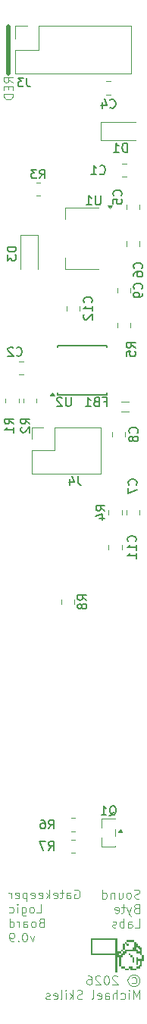
<source format=gbr>
%TF.GenerationSoftware,KiCad,Pcbnew,9.0.6*%
%TF.CreationDate,2026-01-01T17:20:02-06:00*%
%TF.ProjectId,gatekeeper,67617465-6b65-4657-9065-722e6b696361,rev?*%
%TF.SameCoordinates,Original*%
%TF.FileFunction,Legend,Bot*%
%TF.FilePolarity,Positive*%
%FSLAX46Y46*%
G04 Gerber Fmt 4.6, Leading zero omitted, Abs format (unit mm)*
G04 Created by KiCad (PCBNEW 9.0.6) date 2026-01-01 17:20:02*
%MOMM*%
%LPD*%
G01*
G04 APERTURE LIST*
%ADD10C,0.500000*%
%ADD11C,0.125000*%
%ADD12C,0.100000*%
%ADD13C,0.150000*%
%ADD14C,0.000000*%
%ADD15C,0.120000*%
G04 APERTURE END LIST*
D10*
X100800000Y-50600000D02*
X100800000Y-55900000D01*
D11*
X115427287Y-148003612D02*
X115284430Y-148051231D01*
X115284430Y-148051231D02*
X115046335Y-148051231D01*
X115046335Y-148051231D02*
X114951097Y-148003612D01*
X114951097Y-148003612D02*
X114903478Y-147955992D01*
X114903478Y-147955992D02*
X114855859Y-147860754D01*
X114855859Y-147860754D02*
X114855859Y-147765516D01*
X114855859Y-147765516D02*
X114903478Y-147670278D01*
X114903478Y-147670278D02*
X114951097Y-147622659D01*
X114951097Y-147622659D02*
X115046335Y-147575040D01*
X115046335Y-147575040D02*
X115236811Y-147527421D01*
X115236811Y-147527421D02*
X115332049Y-147479802D01*
X115332049Y-147479802D02*
X115379668Y-147432183D01*
X115379668Y-147432183D02*
X115427287Y-147336945D01*
X115427287Y-147336945D02*
X115427287Y-147241707D01*
X115427287Y-147241707D02*
X115379668Y-147146469D01*
X115379668Y-147146469D02*
X115332049Y-147098850D01*
X115332049Y-147098850D02*
X115236811Y-147051231D01*
X115236811Y-147051231D02*
X114998716Y-147051231D01*
X114998716Y-147051231D02*
X114855859Y-147098850D01*
X114284430Y-148051231D02*
X114379668Y-148003612D01*
X114379668Y-148003612D02*
X114427287Y-147955992D01*
X114427287Y-147955992D02*
X114474906Y-147860754D01*
X114474906Y-147860754D02*
X114474906Y-147575040D01*
X114474906Y-147575040D02*
X114427287Y-147479802D01*
X114427287Y-147479802D02*
X114379668Y-147432183D01*
X114379668Y-147432183D02*
X114284430Y-147384564D01*
X114284430Y-147384564D02*
X114141573Y-147384564D01*
X114141573Y-147384564D02*
X114046335Y-147432183D01*
X114046335Y-147432183D02*
X113998716Y-147479802D01*
X113998716Y-147479802D02*
X113951097Y-147575040D01*
X113951097Y-147575040D02*
X113951097Y-147860754D01*
X113951097Y-147860754D02*
X113998716Y-147955992D01*
X113998716Y-147955992D02*
X114046335Y-148003612D01*
X114046335Y-148003612D02*
X114141573Y-148051231D01*
X114141573Y-148051231D02*
X114284430Y-148051231D01*
X113093954Y-147384564D02*
X113093954Y-148051231D01*
X113522525Y-147384564D02*
X113522525Y-147908373D01*
X113522525Y-147908373D02*
X113474906Y-148003612D01*
X113474906Y-148003612D02*
X113379668Y-148051231D01*
X113379668Y-148051231D02*
X113236811Y-148051231D01*
X113236811Y-148051231D02*
X113141573Y-148003612D01*
X113141573Y-148003612D02*
X113093954Y-147955992D01*
X112617763Y-147384564D02*
X112617763Y-148051231D01*
X112617763Y-147479802D02*
X112570144Y-147432183D01*
X112570144Y-147432183D02*
X112474906Y-147384564D01*
X112474906Y-147384564D02*
X112332049Y-147384564D01*
X112332049Y-147384564D02*
X112236811Y-147432183D01*
X112236811Y-147432183D02*
X112189192Y-147527421D01*
X112189192Y-147527421D02*
X112189192Y-148051231D01*
X111284430Y-148051231D02*
X111284430Y-147051231D01*
X111284430Y-148003612D02*
X111379668Y-148051231D01*
X111379668Y-148051231D02*
X111570144Y-148051231D01*
X111570144Y-148051231D02*
X111665382Y-148003612D01*
X111665382Y-148003612D02*
X111713001Y-147955992D01*
X111713001Y-147955992D02*
X111760620Y-147860754D01*
X111760620Y-147860754D02*
X111760620Y-147575040D01*
X111760620Y-147575040D02*
X111713001Y-147479802D01*
X111713001Y-147479802D02*
X111665382Y-147432183D01*
X111665382Y-147432183D02*
X111570144Y-147384564D01*
X111570144Y-147384564D02*
X111379668Y-147384564D01*
X111379668Y-147384564D02*
X111284430Y-147432183D01*
X115046335Y-149137365D02*
X114903478Y-149184984D01*
X114903478Y-149184984D02*
X114855859Y-149232603D01*
X114855859Y-149232603D02*
X114808240Y-149327841D01*
X114808240Y-149327841D02*
X114808240Y-149470698D01*
X114808240Y-149470698D02*
X114855859Y-149565936D01*
X114855859Y-149565936D02*
X114903478Y-149613556D01*
X114903478Y-149613556D02*
X114998716Y-149661175D01*
X114998716Y-149661175D02*
X115379668Y-149661175D01*
X115379668Y-149661175D02*
X115379668Y-148661175D01*
X115379668Y-148661175D02*
X115046335Y-148661175D01*
X115046335Y-148661175D02*
X114951097Y-148708794D01*
X114951097Y-148708794D02*
X114903478Y-148756413D01*
X114903478Y-148756413D02*
X114855859Y-148851651D01*
X114855859Y-148851651D02*
X114855859Y-148946889D01*
X114855859Y-148946889D02*
X114903478Y-149042127D01*
X114903478Y-149042127D02*
X114951097Y-149089746D01*
X114951097Y-149089746D02*
X115046335Y-149137365D01*
X115046335Y-149137365D02*
X115379668Y-149137365D01*
X114474906Y-148994508D02*
X114236811Y-149661175D01*
X113998716Y-148994508D02*
X114236811Y-149661175D01*
X114236811Y-149661175D02*
X114332049Y-149899270D01*
X114332049Y-149899270D02*
X114379668Y-149946889D01*
X114379668Y-149946889D02*
X114474906Y-149994508D01*
X113760620Y-148994508D02*
X113379668Y-148994508D01*
X113617763Y-148661175D02*
X113617763Y-149518317D01*
X113617763Y-149518317D02*
X113570144Y-149613556D01*
X113570144Y-149613556D02*
X113474906Y-149661175D01*
X113474906Y-149661175D02*
X113379668Y-149661175D01*
X112665382Y-149613556D02*
X112760620Y-149661175D01*
X112760620Y-149661175D02*
X112951096Y-149661175D01*
X112951096Y-149661175D02*
X113046334Y-149613556D01*
X113046334Y-149613556D02*
X113093953Y-149518317D01*
X113093953Y-149518317D02*
X113093953Y-149137365D01*
X113093953Y-149137365D02*
X113046334Y-149042127D01*
X113046334Y-149042127D02*
X112951096Y-148994508D01*
X112951096Y-148994508D02*
X112760620Y-148994508D01*
X112760620Y-148994508D02*
X112665382Y-149042127D01*
X112665382Y-149042127D02*
X112617763Y-149137365D01*
X112617763Y-149137365D02*
X112617763Y-149232603D01*
X112617763Y-149232603D02*
X113093953Y-149327841D01*
X114903478Y-151271119D02*
X115379668Y-151271119D01*
X115379668Y-151271119D02*
X115379668Y-150271119D01*
X114141573Y-151271119D02*
X114141573Y-150747309D01*
X114141573Y-150747309D02*
X114189192Y-150652071D01*
X114189192Y-150652071D02*
X114284430Y-150604452D01*
X114284430Y-150604452D02*
X114474906Y-150604452D01*
X114474906Y-150604452D02*
X114570144Y-150652071D01*
X114141573Y-151223500D02*
X114236811Y-151271119D01*
X114236811Y-151271119D02*
X114474906Y-151271119D01*
X114474906Y-151271119D02*
X114570144Y-151223500D01*
X114570144Y-151223500D02*
X114617763Y-151128261D01*
X114617763Y-151128261D02*
X114617763Y-151033023D01*
X114617763Y-151033023D02*
X114570144Y-150937785D01*
X114570144Y-150937785D02*
X114474906Y-150890166D01*
X114474906Y-150890166D02*
X114236811Y-150890166D01*
X114236811Y-150890166D02*
X114141573Y-150842547D01*
X113665382Y-151271119D02*
X113665382Y-150271119D01*
X113665382Y-150652071D02*
X113570144Y-150604452D01*
X113570144Y-150604452D02*
X113379668Y-150604452D01*
X113379668Y-150604452D02*
X113284430Y-150652071D01*
X113284430Y-150652071D02*
X113236811Y-150699690D01*
X113236811Y-150699690D02*
X113189192Y-150794928D01*
X113189192Y-150794928D02*
X113189192Y-151080642D01*
X113189192Y-151080642D02*
X113236811Y-151175880D01*
X113236811Y-151175880D02*
X113284430Y-151223500D01*
X113284430Y-151223500D02*
X113379668Y-151271119D01*
X113379668Y-151271119D02*
X113570144Y-151271119D01*
X113570144Y-151271119D02*
X113665382Y-151223500D01*
X112808239Y-151223500D02*
X112713001Y-151271119D01*
X112713001Y-151271119D02*
X112522525Y-151271119D01*
X112522525Y-151271119D02*
X112427287Y-151223500D01*
X112427287Y-151223500D02*
X112379668Y-151128261D01*
X112379668Y-151128261D02*
X112379668Y-151080642D01*
X112379668Y-151080642D02*
X112427287Y-150985404D01*
X112427287Y-150985404D02*
X112522525Y-150937785D01*
X112522525Y-150937785D02*
X112665382Y-150937785D01*
X112665382Y-150937785D02*
X112760620Y-150890166D01*
X112760620Y-150890166D02*
X112808239Y-150794928D01*
X112808239Y-150794928D02*
X112808239Y-150747309D01*
X112808239Y-150747309D02*
X112760620Y-150652071D01*
X112760620Y-150652071D02*
X112665382Y-150604452D01*
X112665382Y-150604452D02*
X112522525Y-150604452D01*
X112522525Y-150604452D02*
X112427287Y-150652071D01*
X108158428Y-147088906D02*
X108253666Y-147041287D01*
X108253666Y-147041287D02*
X108396523Y-147041287D01*
X108396523Y-147041287D02*
X108539380Y-147088906D01*
X108539380Y-147088906D02*
X108634618Y-147184144D01*
X108634618Y-147184144D02*
X108682237Y-147279382D01*
X108682237Y-147279382D02*
X108729856Y-147469858D01*
X108729856Y-147469858D02*
X108729856Y-147612715D01*
X108729856Y-147612715D02*
X108682237Y-147803191D01*
X108682237Y-147803191D02*
X108634618Y-147898429D01*
X108634618Y-147898429D02*
X108539380Y-147993668D01*
X108539380Y-147993668D02*
X108396523Y-148041287D01*
X108396523Y-148041287D02*
X108301285Y-148041287D01*
X108301285Y-148041287D02*
X108158428Y-147993668D01*
X108158428Y-147993668D02*
X108110809Y-147946048D01*
X108110809Y-147946048D02*
X108110809Y-147612715D01*
X108110809Y-147612715D02*
X108301285Y-147612715D01*
X107253666Y-148041287D02*
X107253666Y-147517477D01*
X107253666Y-147517477D02*
X107301285Y-147422239D01*
X107301285Y-147422239D02*
X107396523Y-147374620D01*
X107396523Y-147374620D02*
X107586999Y-147374620D01*
X107586999Y-147374620D02*
X107682237Y-147422239D01*
X107253666Y-147993668D02*
X107348904Y-148041287D01*
X107348904Y-148041287D02*
X107586999Y-148041287D01*
X107586999Y-148041287D02*
X107682237Y-147993668D01*
X107682237Y-147993668D02*
X107729856Y-147898429D01*
X107729856Y-147898429D02*
X107729856Y-147803191D01*
X107729856Y-147803191D02*
X107682237Y-147707953D01*
X107682237Y-147707953D02*
X107586999Y-147660334D01*
X107586999Y-147660334D02*
X107348904Y-147660334D01*
X107348904Y-147660334D02*
X107253666Y-147612715D01*
X106920332Y-147374620D02*
X106539380Y-147374620D01*
X106777475Y-147041287D02*
X106777475Y-147898429D01*
X106777475Y-147898429D02*
X106729856Y-147993668D01*
X106729856Y-147993668D02*
X106634618Y-148041287D01*
X106634618Y-148041287D02*
X106539380Y-148041287D01*
X105825094Y-147993668D02*
X105920332Y-148041287D01*
X105920332Y-148041287D02*
X106110808Y-148041287D01*
X106110808Y-148041287D02*
X106206046Y-147993668D01*
X106206046Y-147993668D02*
X106253665Y-147898429D01*
X106253665Y-147898429D02*
X106253665Y-147517477D01*
X106253665Y-147517477D02*
X106206046Y-147422239D01*
X106206046Y-147422239D02*
X106110808Y-147374620D01*
X106110808Y-147374620D02*
X105920332Y-147374620D01*
X105920332Y-147374620D02*
X105825094Y-147422239D01*
X105825094Y-147422239D02*
X105777475Y-147517477D01*
X105777475Y-147517477D02*
X105777475Y-147612715D01*
X105777475Y-147612715D02*
X106253665Y-147707953D01*
X105348903Y-148041287D02*
X105348903Y-147041287D01*
X105253665Y-147660334D02*
X104967951Y-148041287D01*
X104967951Y-147374620D02*
X105348903Y-147755572D01*
X104158427Y-147993668D02*
X104253665Y-148041287D01*
X104253665Y-148041287D02*
X104444141Y-148041287D01*
X104444141Y-148041287D02*
X104539379Y-147993668D01*
X104539379Y-147993668D02*
X104586998Y-147898429D01*
X104586998Y-147898429D02*
X104586998Y-147517477D01*
X104586998Y-147517477D02*
X104539379Y-147422239D01*
X104539379Y-147422239D02*
X104444141Y-147374620D01*
X104444141Y-147374620D02*
X104253665Y-147374620D01*
X104253665Y-147374620D02*
X104158427Y-147422239D01*
X104158427Y-147422239D02*
X104110808Y-147517477D01*
X104110808Y-147517477D02*
X104110808Y-147612715D01*
X104110808Y-147612715D02*
X104586998Y-147707953D01*
X103301284Y-147993668D02*
X103396522Y-148041287D01*
X103396522Y-148041287D02*
X103586998Y-148041287D01*
X103586998Y-148041287D02*
X103682236Y-147993668D01*
X103682236Y-147993668D02*
X103729855Y-147898429D01*
X103729855Y-147898429D02*
X103729855Y-147517477D01*
X103729855Y-147517477D02*
X103682236Y-147422239D01*
X103682236Y-147422239D02*
X103586998Y-147374620D01*
X103586998Y-147374620D02*
X103396522Y-147374620D01*
X103396522Y-147374620D02*
X103301284Y-147422239D01*
X103301284Y-147422239D02*
X103253665Y-147517477D01*
X103253665Y-147517477D02*
X103253665Y-147612715D01*
X103253665Y-147612715D02*
X103729855Y-147707953D01*
X102825093Y-147374620D02*
X102825093Y-148374620D01*
X102825093Y-147422239D02*
X102729855Y-147374620D01*
X102729855Y-147374620D02*
X102539379Y-147374620D01*
X102539379Y-147374620D02*
X102444141Y-147422239D01*
X102444141Y-147422239D02*
X102396522Y-147469858D01*
X102396522Y-147469858D02*
X102348903Y-147565096D01*
X102348903Y-147565096D02*
X102348903Y-147850810D01*
X102348903Y-147850810D02*
X102396522Y-147946048D01*
X102396522Y-147946048D02*
X102444141Y-147993668D01*
X102444141Y-147993668D02*
X102539379Y-148041287D01*
X102539379Y-148041287D02*
X102729855Y-148041287D01*
X102729855Y-148041287D02*
X102825093Y-147993668D01*
X101539379Y-147993668D02*
X101634617Y-148041287D01*
X101634617Y-148041287D02*
X101825093Y-148041287D01*
X101825093Y-148041287D02*
X101920331Y-147993668D01*
X101920331Y-147993668D02*
X101967950Y-147898429D01*
X101967950Y-147898429D02*
X101967950Y-147517477D01*
X101967950Y-147517477D02*
X101920331Y-147422239D01*
X101920331Y-147422239D02*
X101825093Y-147374620D01*
X101825093Y-147374620D02*
X101634617Y-147374620D01*
X101634617Y-147374620D02*
X101539379Y-147422239D01*
X101539379Y-147422239D02*
X101491760Y-147517477D01*
X101491760Y-147517477D02*
X101491760Y-147612715D01*
X101491760Y-147612715D02*
X101967950Y-147707953D01*
X101063188Y-148041287D02*
X101063188Y-147374620D01*
X101063188Y-147565096D02*
X101015569Y-147469858D01*
X101015569Y-147469858D02*
X100967950Y-147422239D01*
X100967950Y-147422239D02*
X100872712Y-147374620D01*
X100872712Y-147374620D02*
X100777474Y-147374620D01*
X103920331Y-149651231D02*
X104396521Y-149651231D01*
X104396521Y-149651231D02*
X104396521Y-148651231D01*
X103444140Y-149651231D02*
X103539378Y-149603612D01*
X103539378Y-149603612D02*
X103586997Y-149555992D01*
X103586997Y-149555992D02*
X103634616Y-149460754D01*
X103634616Y-149460754D02*
X103634616Y-149175040D01*
X103634616Y-149175040D02*
X103586997Y-149079802D01*
X103586997Y-149079802D02*
X103539378Y-149032183D01*
X103539378Y-149032183D02*
X103444140Y-148984564D01*
X103444140Y-148984564D02*
X103301283Y-148984564D01*
X103301283Y-148984564D02*
X103206045Y-149032183D01*
X103206045Y-149032183D02*
X103158426Y-149079802D01*
X103158426Y-149079802D02*
X103110807Y-149175040D01*
X103110807Y-149175040D02*
X103110807Y-149460754D01*
X103110807Y-149460754D02*
X103158426Y-149555992D01*
X103158426Y-149555992D02*
X103206045Y-149603612D01*
X103206045Y-149603612D02*
X103301283Y-149651231D01*
X103301283Y-149651231D02*
X103444140Y-149651231D01*
X102253664Y-148984564D02*
X102253664Y-149794088D01*
X102253664Y-149794088D02*
X102301283Y-149889326D01*
X102301283Y-149889326D02*
X102348902Y-149936945D01*
X102348902Y-149936945D02*
X102444140Y-149984564D01*
X102444140Y-149984564D02*
X102586997Y-149984564D01*
X102586997Y-149984564D02*
X102682235Y-149936945D01*
X102253664Y-149603612D02*
X102348902Y-149651231D01*
X102348902Y-149651231D02*
X102539378Y-149651231D01*
X102539378Y-149651231D02*
X102634616Y-149603612D01*
X102634616Y-149603612D02*
X102682235Y-149555992D01*
X102682235Y-149555992D02*
X102729854Y-149460754D01*
X102729854Y-149460754D02*
X102729854Y-149175040D01*
X102729854Y-149175040D02*
X102682235Y-149079802D01*
X102682235Y-149079802D02*
X102634616Y-149032183D01*
X102634616Y-149032183D02*
X102539378Y-148984564D01*
X102539378Y-148984564D02*
X102348902Y-148984564D01*
X102348902Y-148984564D02*
X102253664Y-149032183D01*
X101777473Y-149651231D02*
X101777473Y-148984564D01*
X101777473Y-148651231D02*
X101825092Y-148698850D01*
X101825092Y-148698850D02*
X101777473Y-148746469D01*
X101777473Y-148746469D02*
X101729854Y-148698850D01*
X101729854Y-148698850D02*
X101777473Y-148651231D01*
X101777473Y-148651231D02*
X101777473Y-148746469D01*
X100872712Y-149603612D02*
X100967950Y-149651231D01*
X100967950Y-149651231D02*
X101158426Y-149651231D01*
X101158426Y-149651231D02*
X101253664Y-149603612D01*
X101253664Y-149603612D02*
X101301283Y-149555992D01*
X101301283Y-149555992D02*
X101348902Y-149460754D01*
X101348902Y-149460754D02*
X101348902Y-149175040D01*
X101348902Y-149175040D02*
X101301283Y-149079802D01*
X101301283Y-149079802D02*
X101253664Y-149032183D01*
X101253664Y-149032183D02*
X101158426Y-148984564D01*
X101158426Y-148984564D02*
X100967950Y-148984564D01*
X100967950Y-148984564D02*
X100872712Y-149032183D01*
X104444141Y-150737365D02*
X104301284Y-150784984D01*
X104301284Y-150784984D02*
X104253665Y-150832603D01*
X104253665Y-150832603D02*
X104206046Y-150927841D01*
X104206046Y-150927841D02*
X104206046Y-151070698D01*
X104206046Y-151070698D02*
X104253665Y-151165936D01*
X104253665Y-151165936D02*
X104301284Y-151213556D01*
X104301284Y-151213556D02*
X104396522Y-151261175D01*
X104396522Y-151261175D02*
X104777474Y-151261175D01*
X104777474Y-151261175D02*
X104777474Y-150261175D01*
X104777474Y-150261175D02*
X104444141Y-150261175D01*
X104444141Y-150261175D02*
X104348903Y-150308794D01*
X104348903Y-150308794D02*
X104301284Y-150356413D01*
X104301284Y-150356413D02*
X104253665Y-150451651D01*
X104253665Y-150451651D02*
X104253665Y-150546889D01*
X104253665Y-150546889D02*
X104301284Y-150642127D01*
X104301284Y-150642127D02*
X104348903Y-150689746D01*
X104348903Y-150689746D02*
X104444141Y-150737365D01*
X104444141Y-150737365D02*
X104777474Y-150737365D01*
X103634617Y-151261175D02*
X103729855Y-151213556D01*
X103729855Y-151213556D02*
X103777474Y-151165936D01*
X103777474Y-151165936D02*
X103825093Y-151070698D01*
X103825093Y-151070698D02*
X103825093Y-150784984D01*
X103825093Y-150784984D02*
X103777474Y-150689746D01*
X103777474Y-150689746D02*
X103729855Y-150642127D01*
X103729855Y-150642127D02*
X103634617Y-150594508D01*
X103634617Y-150594508D02*
X103491760Y-150594508D01*
X103491760Y-150594508D02*
X103396522Y-150642127D01*
X103396522Y-150642127D02*
X103348903Y-150689746D01*
X103348903Y-150689746D02*
X103301284Y-150784984D01*
X103301284Y-150784984D02*
X103301284Y-151070698D01*
X103301284Y-151070698D02*
X103348903Y-151165936D01*
X103348903Y-151165936D02*
X103396522Y-151213556D01*
X103396522Y-151213556D02*
X103491760Y-151261175D01*
X103491760Y-151261175D02*
X103634617Y-151261175D01*
X102444141Y-151261175D02*
X102444141Y-150737365D01*
X102444141Y-150737365D02*
X102491760Y-150642127D01*
X102491760Y-150642127D02*
X102586998Y-150594508D01*
X102586998Y-150594508D02*
X102777474Y-150594508D01*
X102777474Y-150594508D02*
X102872712Y-150642127D01*
X102444141Y-151213556D02*
X102539379Y-151261175D01*
X102539379Y-151261175D02*
X102777474Y-151261175D01*
X102777474Y-151261175D02*
X102872712Y-151213556D01*
X102872712Y-151213556D02*
X102920331Y-151118317D01*
X102920331Y-151118317D02*
X102920331Y-151023079D01*
X102920331Y-151023079D02*
X102872712Y-150927841D01*
X102872712Y-150927841D02*
X102777474Y-150880222D01*
X102777474Y-150880222D02*
X102539379Y-150880222D01*
X102539379Y-150880222D02*
X102444141Y-150832603D01*
X101967950Y-151261175D02*
X101967950Y-150594508D01*
X101967950Y-150784984D02*
X101920331Y-150689746D01*
X101920331Y-150689746D02*
X101872712Y-150642127D01*
X101872712Y-150642127D02*
X101777474Y-150594508D01*
X101777474Y-150594508D02*
X101682236Y-150594508D01*
X100920331Y-151261175D02*
X100920331Y-150261175D01*
X100920331Y-151213556D02*
X101015569Y-151261175D01*
X101015569Y-151261175D02*
X101206045Y-151261175D01*
X101206045Y-151261175D02*
X101301283Y-151213556D01*
X101301283Y-151213556D02*
X101348902Y-151165936D01*
X101348902Y-151165936D02*
X101396521Y-151070698D01*
X101396521Y-151070698D02*
X101396521Y-150784984D01*
X101396521Y-150784984D02*
X101348902Y-150689746D01*
X101348902Y-150689746D02*
X101301283Y-150642127D01*
X101301283Y-150642127D02*
X101206045Y-150594508D01*
X101206045Y-150594508D02*
X101015569Y-150594508D01*
X101015569Y-150594508D02*
X100920331Y-150642127D01*
X103682235Y-152204452D02*
X103444140Y-152871119D01*
X103444140Y-152871119D02*
X103206045Y-152204452D01*
X102634616Y-151871119D02*
X102539378Y-151871119D01*
X102539378Y-151871119D02*
X102444140Y-151918738D01*
X102444140Y-151918738D02*
X102396521Y-151966357D01*
X102396521Y-151966357D02*
X102348902Y-152061595D01*
X102348902Y-152061595D02*
X102301283Y-152252071D01*
X102301283Y-152252071D02*
X102301283Y-152490166D01*
X102301283Y-152490166D02*
X102348902Y-152680642D01*
X102348902Y-152680642D02*
X102396521Y-152775880D01*
X102396521Y-152775880D02*
X102444140Y-152823500D01*
X102444140Y-152823500D02*
X102539378Y-152871119D01*
X102539378Y-152871119D02*
X102634616Y-152871119D01*
X102634616Y-152871119D02*
X102729854Y-152823500D01*
X102729854Y-152823500D02*
X102777473Y-152775880D01*
X102777473Y-152775880D02*
X102825092Y-152680642D01*
X102825092Y-152680642D02*
X102872711Y-152490166D01*
X102872711Y-152490166D02*
X102872711Y-152252071D01*
X102872711Y-152252071D02*
X102825092Y-152061595D01*
X102825092Y-152061595D02*
X102777473Y-151966357D01*
X102777473Y-151966357D02*
X102729854Y-151918738D01*
X102729854Y-151918738D02*
X102634616Y-151871119D01*
X101872711Y-152775880D02*
X101825092Y-152823500D01*
X101825092Y-152823500D02*
X101872711Y-152871119D01*
X101872711Y-152871119D02*
X101920330Y-152823500D01*
X101920330Y-152823500D02*
X101872711Y-152775880D01*
X101872711Y-152775880D02*
X101872711Y-152871119D01*
X101348902Y-152871119D02*
X101158426Y-152871119D01*
X101158426Y-152871119D02*
X101063188Y-152823500D01*
X101063188Y-152823500D02*
X101015569Y-152775880D01*
X101015569Y-152775880D02*
X100920331Y-152633023D01*
X100920331Y-152633023D02*
X100872712Y-152442547D01*
X100872712Y-152442547D02*
X100872712Y-152061595D01*
X100872712Y-152061595D02*
X100920331Y-151966357D01*
X100920331Y-151966357D02*
X100967950Y-151918738D01*
X100967950Y-151918738D02*
X101063188Y-151871119D01*
X101063188Y-151871119D02*
X101253664Y-151871119D01*
X101253664Y-151871119D02*
X101348902Y-151918738D01*
X101348902Y-151918738D02*
X101396521Y-151966357D01*
X101396521Y-151966357D02*
X101444140Y-152061595D01*
X101444140Y-152061595D02*
X101444140Y-152299690D01*
X101444140Y-152299690D02*
X101396521Y-152394928D01*
X101396521Y-152394928D02*
X101348902Y-152442547D01*
X101348902Y-152442547D02*
X101253664Y-152490166D01*
X101253664Y-152490166D02*
X101063188Y-152490166D01*
X101063188Y-152490166D02*
X100967950Y-152442547D01*
X100967950Y-152442547D02*
X100920331Y-152394928D01*
X100920331Y-152394928D02*
X100872712Y-152299690D01*
D12*
X101272419Y-56875312D02*
X100796228Y-56541979D01*
X101272419Y-56303884D02*
X100272419Y-56303884D01*
X100272419Y-56303884D02*
X100272419Y-56684836D01*
X100272419Y-56684836D02*
X100320038Y-56780074D01*
X100320038Y-56780074D02*
X100367657Y-56827693D01*
X100367657Y-56827693D02*
X100462895Y-56875312D01*
X100462895Y-56875312D02*
X100605752Y-56875312D01*
X100605752Y-56875312D02*
X100700990Y-56827693D01*
X100700990Y-56827693D02*
X100748609Y-56780074D01*
X100748609Y-56780074D02*
X100796228Y-56684836D01*
X100796228Y-56684836D02*
X100796228Y-56303884D01*
X100748609Y-57303884D02*
X100748609Y-57637217D01*
X101272419Y-57780074D02*
X101272419Y-57303884D01*
X101272419Y-57303884D02*
X100272419Y-57303884D01*
X100272419Y-57303884D02*
X100272419Y-57780074D01*
X101272419Y-58208646D02*
X100272419Y-58208646D01*
X100272419Y-58208646D02*
X100272419Y-58446741D01*
X100272419Y-58446741D02*
X100320038Y-58589598D01*
X100320038Y-58589598D02*
X100415276Y-58684836D01*
X100415276Y-58684836D02*
X100510514Y-58732455D01*
X100510514Y-58732455D02*
X100700990Y-58780074D01*
X100700990Y-58780074D02*
X100843847Y-58780074D01*
X100843847Y-58780074D02*
X101034323Y-58732455D01*
X101034323Y-58732455D02*
X101129561Y-58684836D01*
X101129561Y-58684836D02*
X101224800Y-58589598D01*
X101224800Y-58589598D02*
X101272419Y-58446741D01*
X101272419Y-58446741D02*
X101272419Y-58208646D01*
D11*
X114570144Y-156899270D02*
X114665383Y-156851651D01*
X114665383Y-156851651D02*
X114855859Y-156851651D01*
X114855859Y-156851651D02*
X114951097Y-156899270D01*
X114951097Y-156899270D02*
X115046335Y-156994508D01*
X115046335Y-156994508D02*
X115093954Y-157089746D01*
X115093954Y-157089746D02*
X115093954Y-157280222D01*
X115093954Y-157280222D02*
X115046335Y-157375460D01*
X115046335Y-157375460D02*
X114951097Y-157470698D01*
X114951097Y-157470698D02*
X114855859Y-157518317D01*
X114855859Y-157518317D02*
X114665383Y-157518317D01*
X114665383Y-157518317D02*
X114570144Y-157470698D01*
X114760621Y-156518317D02*
X114998716Y-156565936D01*
X114998716Y-156565936D02*
X115236811Y-156708794D01*
X115236811Y-156708794D02*
X115379668Y-156946889D01*
X115379668Y-156946889D02*
X115427287Y-157184984D01*
X115427287Y-157184984D02*
X115379668Y-157423079D01*
X115379668Y-157423079D02*
X115236811Y-157661175D01*
X115236811Y-157661175D02*
X114998716Y-157804032D01*
X114998716Y-157804032D02*
X114760621Y-157851651D01*
X114760621Y-157851651D02*
X114522525Y-157804032D01*
X114522525Y-157804032D02*
X114284430Y-157661175D01*
X114284430Y-157661175D02*
X114141573Y-157423079D01*
X114141573Y-157423079D02*
X114093954Y-157184984D01*
X114093954Y-157184984D02*
X114141573Y-156946889D01*
X114141573Y-156946889D02*
X114284430Y-156708794D01*
X114284430Y-156708794D02*
X114522525Y-156565936D01*
X114522525Y-156565936D02*
X114760621Y-156518317D01*
X112951096Y-156756413D02*
X112903477Y-156708794D01*
X112903477Y-156708794D02*
X112808239Y-156661175D01*
X112808239Y-156661175D02*
X112570144Y-156661175D01*
X112570144Y-156661175D02*
X112474906Y-156708794D01*
X112474906Y-156708794D02*
X112427287Y-156756413D01*
X112427287Y-156756413D02*
X112379668Y-156851651D01*
X112379668Y-156851651D02*
X112379668Y-156946889D01*
X112379668Y-156946889D02*
X112427287Y-157089746D01*
X112427287Y-157089746D02*
X112998715Y-157661175D01*
X112998715Y-157661175D02*
X112379668Y-157661175D01*
X111760620Y-156661175D02*
X111665382Y-156661175D01*
X111665382Y-156661175D02*
X111570144Y-156708794D01*
X111570144Y-156708794D02*
X111522525Y-156756413D01*
X111522525Y-156756413D02*
X111474906Y-156851651D01*
X111474906Y-156851651D02*
X111427287Y-157042127D01*
X111427287Y-157042127D02*
X111427287Y-157280222D01*
X111427287Y-157280222D02*
X111474906Y-157470698D01*
X111474906Y-157470698D02*
X111522525Y-157565936D01*
X111522525Y-157565936D02*
X111570144Y-157613556D01*
X111570144Y-157613556D02*
X111665382Y-157661175D01*
X111665382Y-157661175D02*
X111760620Y-157661175D01*
X111760620Y-157661175D02*
X111855858Y-157613556D01*
X111855858Y-157613556D02*
X111903477Y-157565936D01*
X111903477Y-157565936D02*
X111951096Y-157470698D01*
X111951096Y-157470698D02*
X111998715Y-157280222D01*
X111998715Y-157280222D02*
X111998715Y-157042127D01*
X111998715Y-157042127D02*
X111951096Y-156851651D01*
X111951096Y-156851651D02*
X111903477Y-156756413D01*
X111903477Y-156756413D02*
X111855858Y-156708794D01*
X111855858Y-156708794D02*
X111760620Y-156661175D01*
X111046334Y-156756413D02*
X110998715Y-156708794D01*
X110998715Y-156708794D02*
X110903477Y-156661175D01*
X110903477Y-156661175D02*
X110665382Y-156661175D01*
X110665382Y-156661175D02*
X110570144Y-156708794D01*
X110570144Y-156708794D02*
X110522525Y-156756413D01*
X110522525Y-156756413D02*
X110474906Y-156851651D01*
X110474906Y-156851651D02*
X110474906Y-156946889D01*
X110474906Y-156946889D02*
X110522525Y-157089746D01*
X110522525Y-157089746D02*
X111093953Y-157661175D01*
X111093953Y-157661175D02*
X110474906Y-157661175D01*
X109617763Y-156661175D02*
X109808239Y-156661175D01*
X109808239Y-156661175D02*
X109903477Y-156708794D01*
X109903477Y-156708794D02*
X109951096Y-156756413D01*
X109951096Y-156756413D02*
X110046334Y-156899270D01*
X110046334Y-156899270D02*
X110093953Y-157089746D01*
X110093953Y-157089746D02*
X110093953Y-157470698D01*
X110093953Y-157470698D02*
X110046334Y-157565936D01*
X110046334Y-157565936D02*
X109998715Y-157613556D01*
X109998715Y-157613556D02*
X109903477Y-157661175D01*
X109903477Y-157661175D02*
X109713001Y-157661175D01*
X109713001Y-157661175D02*
X109617763Y-157613556D01*
X109617763Y-157613556D02*
X109570144Y-157565936D01*
X109570144Y-157565936D02*
X109522525Y-157470698D01*
X109522525Y-157470698D02*
X109522525Y-157232603D01*
X109522525Y-157232603D02*
X109570144Y-157137365D01*
X109570144Y-157137365D02*
X109617763Y-157089746D01*
X109617763Y-157089746D02*
X109713001Y-157042127D01*
X109713001Y-157042127D02*
X109903477Y-157042127D01*
X109903477Y-157042127D02*
X109998715Y-157089746D01*
X109998715Y-157089746D02*
X110046334Y-157137365D01*
X110046334Y-157137365D02*
X110093953Y-157232603D01*
X115379668Y-159271119D02*
X115379668Y-158271119D01*
X115379668Y-158271119D02*
X115046335Y-158985404D01*
X115046335Y-158985404D02*
X114713002Y-158271119D01*
X114713002Y-158271119D02*
X114713002Y-159271119D01*
X114236811Y-159271119D02*
X114236811Y-158604452D01*
X114236811Y-158271119D02*
X114284430Y-158318738D01*
X114284430Y-158318738D02*
X114236811Y-158366357D01*
X114236811Y-158366357D02*
X114189192Y-158318738D01*
X114189192Y-158318738D02*
X114236811Y-158271119D01*
X114236811Y-158271119D02*
X114236811Y-158366357D01*
X113332050Y-159223500D02*
X113427288Y-159271119D01*
X113427288Y-159271119D02*
X113617764Y-159271119D01*
X113617764Y-159271119D02*
X113713002Y-159223500D01*
X113713002Y-159223500D02*
X113760621Y-159175880D01*
X113760621Y-159175880D02*
X113808240Y-159080642D01*
X113808240Y-159080642D02*
X113808240Y-158794928D01*
X113808240Y-158794928D02*
X113760621Y-158699690D01*
X113760621Y-158699690D02*
X113713002Y-158652071D01*
X113713002Y-158652071D02*
X113617764Y-158604452D01*
X113617764Y-158604452D02*
X113427288Y-158604452D01*
X113427288Y-158604452D02*
X113332050Y-158652071D01*
X112903478Y-159271119D02*
X112903478Y-158271119D01*
X112474907Y-159271119D02*
X112474907Y-158747309D01*
X112474907Y-158747309D02*
X112522526Y-158652071D01*
X112522526Y-158652071D02*
X112617764Y-158604452D01*
X112617764Y-158604452D02*
X112760621Y-158604452D01*
X112760621Y-158604452D02*
X112855859Y-158652071D01*
X112855859Y-158652071D02*
X112903478Y-158699690D01*
X111570145Y-159271119D02*
X111570145Y-158747309D01*
X111570145Y-158747309D02*
X111617764Y-158652071D01*
X111617764Y-158652071D02*
X111713002Y-158604452D01*
X111713002Y-158604452D02*
X111903478Y-158604452D01*
X111903478Y-158604452D02*
X111998716Y-158652071D01*
X111570145Y-159223500D02*
X111665383Y-159271119D01*
X111665383Y-159271119D02*
X111903478Y-159271119D01*
X111903478Y-159271119D02*
X111998716Y-159223500D01*
X111998716Y-159223500D02*
X112046335Y-159128261D01*
X112046335Y-159128261D02*
X112046335Y-159033023D01*
X112046335Y-159033023D02*
X111998716Y-158937785D01*
X111998716Y-158937785D02*
X111903478Y-158890166D01*
X111903478Y-158890166D02*
X111665383Y-158890166D01*
X111665383Y-158890166D02*
X111570145Y-158842547D01*
X110713002Y-159223500D02*
X110808240Y-159271119D01*
X110808240Y-159271119D02*
X110998716Y-159271119D01*
X110998716Y-159271119D02*
X111093954Y-159223500D01*
X111093954Y-159223500D02*
X111141573Y-159128261D01*
X111141573Y-159128261D02*
X111141573Y-158747309D01*
X111141573Y-158747309D02*
X111093954Y-158652071D01*
X111093954Y-158652071D02*
X110998716Y-158604452D01*
X110998716Y-158604452D02*
X110808240Y-158604452D01*
X110808240Y-158604452D02*
X110713002Y-158652071D01*
X110713002Y-158652071D02*
X110665383Y-158747309D01*
X110665383Y-158747309D02*
X110665383Y-158842547D01*
X110665383Y-158842547D02*
X111141573Y-158937785D01*
X110093954Y-159271119D02*
X110189192Y-159223500D01*
X110189192Y-159223500D02*
X110236811Y-159128261D01*
X110236811Y-159128261D02*
X110236811Y-158271119D01*
X108998715Y-159223500D02*
X108855858Y-159271119D01*
X108855858Y-159271119D02*
X108617763Y-159271119D01*
X108617763Y-159271119D02*
X108522525Y-159223500D01*
X108522525Y-159223500D02*
X108474906Y-159175880D01*
X108474906Y-159175880D02*
X108427287Y-159080642D01*
X108427287Y-159080642D02*
X108427287Y-158985404D01*
X108427287Y-158985404D02*
X108474906Y-158890166D01*
X108474906Y-158890166D02*
X108522525Y-158842547D01*
X108522525Y-158842547D02*
X108617763Y-158794928D01*
X108617763Y-158794928D02*
X108808239Y-158747309D01*
X108808239Y-158747309D02*
X108903477Y-158699690D01*
X108903477Y-158699690D02*
X108951096Y-158652071D01*
X108951096Y-158652071D02*
X108998715Y-158556833D01*
X108998715Y-158556833D02*
X108998715Y-158461595D01*
X108998715Y-158461595D02*
X108951096Y-158366357D01*
X108951096Y-158366357D02*
X108903477Y-158318738D01*
X108903477Y-158318738D02*
X108808239Y-158271119D01*
X108808239Y-158271119D02*
X108570144Y-158271119D01*
X108570144Y-158271119D02*
X108427287Y-158318738D01*
X107998715Y-159271119D02*
X107998715Y-158271119D01*
X107903477Y-158890166D02*
X107617763Y-159271119D01*
X107617763Y-158604452D02*
X107998715Y-158985404D01*
X107189191Y-159271119D02*
X107189191Y-158604452D01*
X107189191Y-158271119D02*
X107236810Y-158318738D01*
X107236810Y-158318738D02*
X107189191Y-158366357D01*
X107189191Y-158366357D02*
X107141572Y-158318738D01*
X107141572Y-158318738D02*
X107189191Y-158271119D01*
X107189191Y-158271119D02*
X107189191Y-158366357D01*
X106570144Y-159271119D02*
X106665382Y-159223500D01*
X106665382Y-159223500D02*
X106713001Y-159128261D01*
X106713001Y-159128261D02*
X106713001Y-158271119D01*
X105808239Y-159223500D02*
X105903477Y-159271119D01*
X105903477Y-159271119D02*
X106093953Y-159271119D01*
X106093953Y-159271119D02*
X106189191Y-159223500D01*
X106189191Y-159223500D02*
X106236810Y-159128261D01*
X106236810Y-159128261D02*
X106236810Y-158747309D01*
X106236810Y-158747309D02*
X106189191Y-158652071D01*
X106189191Y-158652071D02*
X106093953Y-158604452D01*
X106093953Y-158604452D02*
X105903477Y-158604452D01*
X105903477Y-158604452D02*
X105808239Y-158652071D01*
X105808239Y-158652071D02*
X105760620Y-158747309D01*
X105760620Y-158747309D02*
X105760620Y-158842547D01*
X105760620Y-158842547D02*
X106236810Y-158937785D01*
X105379667Y-159223500D02*
X105284429Y-159271119D01*
X105284429Y-159271119D02*
X105093953Y-159271119D01*
X105093953Y-159271119D02*
X104998715Y-159223500D01*
X104998715Y-159223500D02*
X104951096Y-159128261D01*
X104951096Y-159128261D02*
X104951096Y-159080642D01*
X104951096Y-159080642D02*
X104998715Y-158985404D01*
X104998715Y-158985404D02*
X105093953Y-158937785D01*
X105093953Y-158937785D02*
X105236810Y-158937785D01*
X105236810Y-158937785D02*
X105332048Y-158890166D01*
X105332048Y-158890166D02*
X105379667Y-158794928D01*
X105379667Y-158794928D02*
X105379667Y-158747309D01*
X105379667Y-158747309D02*
X105332048Y-158652071D01*
X105332048Y-158652071D02*
X105236810Y-158604452D01*
X105236810Y-158604452D02*
X105093953Y-158604452D01*
X105093953Y-158604452D02*
X104998715Y-158652071D01*
D13*
X105266666Y-142654819D02*
X105599999Y-142178628D01*
X105838094Y-142654819D02*
X105838094Y-141654819D01*
X105838094Y-141654819D02*
X105457142Y-141654819D01*
X105457142Y-141654819D02*
X105361904Y-141702438D01*
X105361904Y-141702438D02*
X105314285Y-141750057D01*
X105314285Y-141750057D02*
X105266666Y-141845295D01*
X105266666Y-141845295D02*
X105266666Y-141988152D01*
X105266666Y-141988152D02*
X105314285Y-142083390D01*
X105314285Y-142083390D02*
X105361904Y-142131009D01*
X105361904Y-142131009D02*
X105457142Y-142178628D01*
X105457142Y-142178628D02*
X105838094Y-142178628D01*
X104933332Y-141654819D02*
X104266666Y-141654819D01*
X104266666Y-141654819D02*
X104695237Y-142654819D01*
X114954819Y-86533333D02*
X114478628Y-86200000D01*
X114954819Y-85961905D02*
X113954819Y-85961905D01*
X113954819Y-85961905D02*
X113954819Y-86342857D01*
X113954819Y-86342857D02*
X114002438Y-86438095D01*
X114002438Y-86438095D02*
X114050057Y-86485714D01*
X114050057Y-86485714D02*
X114145295Y-86533333D01*
X114145295Y-86533333D02*
X114288152Y-86533333D01*
X114288152Y-86533333D02*
X114383390Y-86485714D01*
X114383390Y-86485714D02*
X114431009Y-86438095D01*
X114431009Y-86438095D02*
X114478628Y-86342857D01*
X114478628Y-86342857D02*
X114478628Y-85961905D01*
X113954819Y-87438095D02*
X113954819Y-86961905D01*
X113954819Y-86961905D02*
X114431009Y-86914286D01*
X114431009Y-86914286D02*
X114383390Y-86961905D01*
X114383390Y-86961905D02*
X114335771Y-87057143D01*
X114335771Y-87057143D02*
X114335771Y-87295238D01*
X114335771Y-87295238D02*
X114383390Y-87390476D01*
X114383390Y-87390476D02*
X114431009Y-87438095D01*
X114431009Y-87438095D02*
X114526247Y-87485714D01*
X114526247Y-87485714D02*
X114764342Y-87485714D01*
X114764342Y-87485714D02*
X114859580Y-87438095D01*
X114859580Y-87438095D02*
X114907200Y-87390476D01*
X114907200Y-87390476D02*
X114954819Y-87295238D01*
X114954819Y-87295238D02*
X114954819Y-87057143D01*
X114954819Y-87057143D02*
X114907200Y-86961905D01*
X114907200Y-86961905D02*
X114859580Y-86914286D01*
X111061904Y-69554819D02*
X111061904Y-70364342D01*
X111061904Y-70364342D02*
X111014285Y-70459580D01*
X111014285Y-70459580D02*
X110966666Y-70507200D01*
X110966666Y-70507200D02*
X110871428Y-70554819D01*
X110871428Y-70554819D02*
X110680952Y-70554819D01*
X110680952Y-70554819D02*
X110585714Y-70507200D01*
X110585714Y-70507200D02*
X110538095Y-70459580D01*
X110538095Y-70459580D02*
X110490476Y-70364342D01*
X110490476Y-70364342D02*
X110490476Y-69554819D01*
X109490476Y-70554819D02*
X110061904Y-70554819D01*
X109776190Y-70554819D02*
X109776190Y-69554819D01*
X109776190Y-69554819D02*
X109871428Y-69697676D01*
X109871428Y-69697676D02*
X109966666Y-69792914D01*
X109966666Y-69792914D02*
X110061904Y-69840533D01*
X115159580Y-96033333D02*
X115207200Y-95985714D01*
X115207200Y-95985714D02*
X115254819Y-95842857D01*
X115254819Y-95842857D02*
X115254819Y-95747619D01*
X115254819Y-95747619D02*
X115207200Y-95604762D01*
X115207200Y-95604762D02*
X115111961Y-95509524D01*
X115111961Y-95509524D02*
X115016723Y-95461905D01*
X115016723Y-95461905D02*
X114826247Y-95414286D01*
X114826247Y-95414286D02*
X114683390Y-95414286D01*
X114683390Y-95414286D02*
X114492914Y-95461905D01*
X114492914Y-95461905D02*
X114397676Y-95509524D01*
X114397676Y-95509524D02*
X114302438Y-95604762D01*
X114302438Y-95604762D02*
X114254819Y-95747619D01*
X114254819Y-95747619D02*
X114254819Y-95842857D01*
X114254819Y-95842857D02*
X114302438Y-95985714D01*
X114302438Y-95985714D02*
X114350057Y-96033333D01*
X114683390Y-96604762D02*
X114635771Y-96509524D01*
X114635771Y-96509524D02*
X114588152Y-96461905D01*
X114588152Y-96461905D02*
X114492914Y-96414286D01*
X114492914Y-96414286D02*
X114445295Y-96414286D01*
X114445295Y-96414286D02*
X114350057Y-96461905D01*
X114350057Y-96461905D02*
X114302438Y-96509524D01*
X114302438Y-96509524D02*
X114254819Y-96604762D01*
X114254819Y-96604762D02*
X114254819Y-96795238D01*
X114254819Y-96795238D02*
X114302438Y-96890476D01*
X114302438Y-96890476D02*
X114350057Y-96938095D01*
X114350057Y-96938095D02*
X114445295Y-96985714D01*
X114445295Y-96985714D02*
X114492914Y-96985714D01*
X114492914Y-96985714D02*
X114588152Y-96938095D01*
X114588152Y-96938095D02*
X114635771Y-96890476D01*
X114635771Y-96890476D02*
X114683390Y-96795238D01*
X114683390Y-96795238D02*
X114683390Y-96604762D01*
X114683390Y-96604762D02*
X114731009Y-96509524D01*
X114731009Y-96509524D02*
X114778628Y-96461905D01*
X114778628Y-96461905D02*
X114873866Y-96414286D01*
X114873866Y-96414286D02*
X115064342Y-96414286D01*
X115064342Y-96414286D02*
X115159580Y-96461905D01*
X115159580Y-96461905D02*
X115207200Y-96509524D01*
X115207200Y-96509524D02*
X115254819Y-96604762D01*
X115254819Y-96604762D02*
X115254819Y-96795238D01*
X115254819Y-96795238D02*
X115207200Y-96890476D01*
X115207200Y-96890476D02*
X115159580Y-96938095D01*
X115159580Y-96938095D02*
X115064342Y-96985714D01*
X115064342Y-96985714D02*
X114873866Y-96985714D01*
X114873866Y-96985714D02*
X114778628Y-96938095D01*
X114778628Y-96938095D02*
X114731009Y-96890476D01*
X114731009Y-96890476D02*
X114683390Y-96795238D01*
X101649819Y-75234905D02*
X100649819Y-75234905D01*
X100649819Y-75234905D02*
X100649819Y-75473000D01*
X100649819Y-75473000D02*
X100697438Y-75615857D01*
X100697438Y-75615857D02*
X100792676Y-75711095D01*
X100792676Y-75711095D02*
X100887914Y-75758714D01*
X100887914Y-75758714D02*
X101078390Y-75806333D01*
X101078390Y-75806333D02*
X101221247Y-75806333D01*
X101221247Y-75806333D02*
X101411723Y-75758714D01*
X101411723Y-75758714D02*
X101506961Y-75711095D01*
X101506961Y-75711095D02*
X101602200Y-75615857D01*
X101602200Y-75615857D02*
X101649819Y-75473000D01*
X101649819Y-75473000D02*
X101649819Y-75234905D01*
X100649819Y-76139667D02*
X100649819Y-76758714D01*
X100649819Y-76758714D02*
X101030771Y-76425381D01*
X101030771Y-76425381D02*
X101030771Y-76568238D01*
X101030771Y-76568238D02*
X101078390Y-76663476D01*
X101078390Y-76663476D02*
X101126009Y-76711095D01*
X101126009Y-76711095D02*
X101221247Y-76758714D01*
X101221247Y-76758714D02*
X101459342Y-76758714D01*
X101459342Y-76758714D02*
X101554580Y-76711095D01*
X101554580Y-76711095D02*
X101602200Y-76663476D01*
X101602200Y-76663476D02*
X101649819Y-76568238D01*
X101649819Y-76568238D02*
X101649819Y-76282524D01*
X101649819Y-76282524D02*
X101602200Y-76187286D01*
X101602200Y-76187286D02*
X101554580Y-76139667D01*
X114959580Y-108157142D02*
X115007200Y-108109523D01*
X115007200Y-108109523D02*
X115054819Y-107966666D01*
X115054819Y-107966666D02*
X115054819Y-107871428D01*
X115054819Y-107871428D02*
X115007200Y-107728571D01*
X115007200Y-107728571D02*
X114911961Y-107633333D01*
X114911961Y-107633333D02*
X114816723Y-107585714D01*
X114816723Y-107585714D02*
X114626247Y-107538095D01*
X114626247Y-107538095D02*
X114483390Y-107538095D01*
X114483390Y-107538095D02*
X114292914Y-107585714D01*
X114292914Y-107585714D02*
X114197676Y-107633333D01*
X114197676Y-107633333D02*
X114102438Y-107728571D01*
X114102438Y-107728571D02*
X114054819Y-107871428D01*
X114054819Y-107871428D02*
X114054819Y-107966666D01*
X114054819Y-107966666D02*
X114102438Y-108109523D01*
X114102438Y-108109523D02*
X114150057Y-108157142D01*
X115054819Y-109109523D02*
X115054819Y-108538095D01*
X115054819Y-108823809D02*
X114054819Y-108823809D01*
X114054819Y-108823809D02*
X114197676Y-108728571D01*
X114197676Y-108728571D02*
X114292914Y-108633333D01*
X114292914Y-108633333D02*
X114340533Y-108538095D01*
X115054819Y-110061904D02*
X115054819Y-109490476D01*
X115054819Y-109776190D02*
X114054819Y-109776190D01*
X114054819Y-109776190D02*
X114197676Y-109680952D01*
X114197676Y-109680952D02*
X114292914Y-109585714D01*
X114292914Y-109585714D02*
X114340533Y-109490476D01*
X104266666Y-67604819D02*
X104599999Y-67128628D01*
X104838094Y-67604819D02*
X104838094Y-66604819D01*
X104838094Y-66604819D02*
X104457142Y-66604819D01*
X104457142Y-66604819D02*
X104361904Y-66652438D01*
X104361904Y-66652438D02*
X104314285Y-66700057D01*
X104314285Y-66700057D02*
X104266666Y-66795295D01*
X104266666Y-66795295D02*
X104266666Y-66938152D01*
X104266666Y-66938152D02*
X104314285Y-67033390D01*
X104314285Y-67033390D02*
X104361904Y-67081009D01*
X104361904Y-67081009D02*
X104457142Y-67128628D01*
X104457142Y-67128628D02*
X104838094Y-67128628D01*
X103933332Y-66604819D02*
X103314285Y-66604819D01*
X103314285Y-66604819D02*
X103647618Y-66985771D01*
X103647618Y-66985771D02*
X103504761Y-66985771D01*
X103504761Y-66985771D02*
X103409523Y-67033390D01*
X103409523Y-67033390D02*
X103361904Y-67081009D01*
X103361904Y-67081009D02*
X103314285Y-67176247D01*
X103314285Y-67176247D02*
X103314285Y-67414342D01*
X103314285Y-67414342D02*
X103361904Y-67509580D01*
X103361904Y-67509580D02*
X103409523Y-67557200D01*
X103409523Y-67557200D02*
X103504761Y-67604819D01*
X103504761Y-67604819D02*
X103790475Y-67604819D01*
X103790475Y-67604819D02*
X103885713Y-67557200D01*
X103885713Y-67557200D02*
X103933332Y-67509580D01*
X112057738Y-138800057D02*
X112152976Y-138752438D01*
X112152976Y-138752438D02*
X112248214Y-138657200D01*
X112248214Y-138657200D02*
X112391071Y-138514342D01*
X112391071Y-138514342D02*
X112486309Y-138466723D01*
X112486309Y-138466723D02*
X112581547Y-138466723D01*
X112533928Y-138704819D02*
X112629166Y-138657200D01*
X112629166Y-138657200D02*
X112724404Y-138561961D01*
X112724404Y-138561961D02*
X112772023Y-138371485D01*
X112772023Y-138371485D02*
X112772023Y-138038152D01*
X112772023Y-138038152D02*
X112724404Y-137847676D01*
X112724404Y-137847676D02*
X112629166Y-137752438D01*
X112629166Y-137752438D02*
X112533928Y-137704819D01*
X112533928Y-137704819D02*
X112343452Y-137704819D01*
X112343452Y-137704819D02*
X112248214Y-137752438D01*
X112248214Y-137752438D02*
X112152976Y-137847676D01*
X112152976Y-137847676D02*
X112105357Y-138038152D01*
X112105357Y-138038152D02*
X112105357Y-138371485D01*
X112105357Y-138371485D02*
X112152976Y-138561961D01*
X112152976Y-138561961D02*
X112248214Y-138657200D01*
X112248214Y-138657200D02*
X112343452Y-138704819D01*
X112343452Y-138704819D02*
X112533928Y-138704819D01*
X111152976Y-138704819D02*
X111724404Y-138704819D01*
X111438690Y-138704819D02*
X111438690Y-137704819D01*
X111438690Y-137704819D02*
X111533928Y-137847676D01*
X111533928Y-137847676D02*
X111629166Y-137942914D01*
X111629166Y-137942914D02*
X111724404Y-137990533D01*
X114038094Y-64654819D02*
X114038094Y-63654819D01*
X114038094Y-63654819D02*
X113799999Y-63654819D01*
X113799999Y-63654819D02*
X113657142Y-63702438D01*
X113657142Y-63702438D02*
X113561904Y-63797676D01*
X113561904Y-63797676D02*
X113514285Y-63892914D01*
X113514285Y-63892914D02*
X113466666Y-64083390D01*
X113466666Y-64083390D02*
X113466666Y-64226247D01*
X113466666Y-64226247D02*
X113514285Y-64416723D01*
X113514285Y-64416723D02*
X113561904Y-64511961D01*
X113561904Y-64511961D02*
X113657142Y-64607200D01*
X113657142Y-64607200D02*
X113799999Y-64654819D01*
X113799999Y-64654819D02*
X114038094Y-64654819D01*
X112514285Y-64654819D02*
X113085713Y-64654819D01*
X112799999Y-64654819D02*
X112799999Y-63654819D01*
X112799999Y-63654819D02*
X112895237Y-63797676D01*
X112895237Y-63797676D02*
X112990475Y-63892914D01*
X112990475Y-63892914D02*
X113085713Y-63940533D01*
X107761904Y-92054819D02*
X107761904Y-92864342D01*
X107761904Y-92864342D02*
X107714285Y-92959580D01*
X107714285Y-92959580D02*
X107666666Y-93007200D01*
X107666666Y-93007200D02*
X107571428Y-93054819D01*
X107571428Y-93054819D02*
X107380952Y-93054819D01*
X107380952Y-93054819D02*
X107285714Y-93007200D01*
X107285714Y-93007200D02*
X107238095Y-92959580D01*
X107238095Y-92959580D02*
X107190476Y-92864342D01*
X107190476Y-92864342D02*
X107190476Y-92054819D01*
X106761904Y-92150057D02*
X106714285Y-92102438D01*
X106714285Y-92102438D02*
X106619047Y-92054819D01*
X106619047Y-92054819D02*
X106380952Y-92054819D01*
X106380952Y-92054819D02*
X106285714Y-92102438D01*
X106285714Y-92102438D02*
X106238095Y-92150057D01*
X106238095Y-92150057D02*
X106190476Y-92245295D01*
X106190476Y-92245295D02*
X106190476Y-92340533D01*
X106190476Y-92340533D02*
X106238095Y-92483390D01*
X106238095Y-92483390D02*
X106809523Y-93054819D01*
X106809523Y-93054819D02*
X106190476Y-93054819D01*
X101354819Y-95033333D02*
X100878628Y-94700000D01*
X101354819Y-94461905D02*
X100354819Y-94461905D01*
X100354819Y-94461905D02*
X100354819Y-94842857D01*
X100354819Y-94842857D02*
X100402438Y-94938095D01*
X100402438Y-94938095D02*
X100450057Y-94985714D01*
X100450057Y-94985714D02*
X100545295Y-95033333D01*
X100545295Y-95033333D02*
X100688152Y-95033333D01*
X100688152Y-95033333D02*
X100783390Y-94985714D01*
X100783390Y-94985714D02*
X100831009Y-94938095D01*
X100831009Y-94938095D02*
X100878628Y-94842857D01*
X100878628Y-94842857D02*
X100878628Y-94461905D01*
X101354819Y-95985714D02*
X101354819Y-95414286D01*
X101354819Y-95700000D02*
X100354819Y-95700000D01*
X100354819Y-95700000D02*
X100497676Y-95604762D01*
X100497676Y-95604762D02*
X100592914Y-95509524D01*
X100592914Y-95509524D02*
X100640533Y-95414286D01*
X110059580Y-81457142D02*
X110107200Y-81409523D01*
X110107200Y-81409523D02*
X110154819Y-81266666D01*
X110154819Y-81266666D02*
X110154819Y-81171428D01*
X110154819Y-81171428D02*
X110107200Y-81028571D01*
X110107200Y-81028571D02*
X110011961Y-80933333D01*
X110011961Y-80933333D02*
X109916723Y-80885714D01*
X109916723Y-80885714D02*
X109726247Y-80838095D01*
X109726247Y-80838095D02*
X109583390Y-80838095D01*
X109583390Y-80838095D02*
X109392914Y-80885714D01*
X109392914Y-80885714D02*
X109297676Y-80933333D01*
X109297676Y-80933333D02*
X109202438Y-81028571D01*
X109202438Y-81028571D02*
X109154819Y-81171428D01*
X109154819Y-81171428D02*
X109154819Y-81266666D01*
X109154819Y-81266666D02*
X109202438Y-81409523D01*
X109202438Y-81409523D02*
X109250057Y-81457142D01*
X110154819Y-82409523D02*
X110154819Y-81838095D01*
X110154819Y-82123809D02*
X109154819Y-82123809D01*
X109154819Y-82123809D02*
X109297676Y-82028571D01*
X109297676Y-82028571D02*
X109392914Y-81933333D01*
X109392914Y-81933333D02*
X109440533Y-81838095D01*
X109250057Y-82790476D02*
X109202438Y-82838095D01*
X109202438Y-82838095D02*
X109154819Y-82933333D01*
X109154819Y-82933333D02*
X109154819Y-83171428D01*
X109154819Y-83171428D02*
X109202438Y-83266666D01*
X109202438Y-83266666D02*
X109250057Y-83314285D01*
X109250057Y-83314285D02*
X109345295Y-83361904D01*
X109345295Y-83361904D02*
X109440533Y-83361904D01*
X109440533Y-83361904D02*
X109583390Y-83314285D01*
X109583390Y-83314285D02*
X110154819Y-82742857D01*
X110154819Y-82742857D02*
X110154819Y-83361904D01*
X115659580Y-77633333D02*
X115707200Y-77585714D01*
X115707200Y-77585714D02*
X115754819Y-77442857D01*
X115754819Y-77442857D02*
X115754819Y-77347619D01*
X115754819Y-77347619D02*
X115707200Y-77204762D01*
X115707200Y-77204762D02*
X115611961Y-77109524D01*
X115611961Y-77109524D02*
X115516723Y-77061905D01*
X115516723Y-77061905D02*
X115326247Y-77014286D01*
X115326247Y-77014286D02*
X115183390Y-77014286D01*
X115183390Y-77014286D02*
X114992914Y-77061905D01*
X114992914Y-77061905D02*
X114897676Y-77109524D01*
X114897676Y-77109524D02*
X114802438Y-77204762D01*
X114802438Y-77204762D02*
X114754819Y-77347619D01*
X114754819Y-77347619D02*
X114754819Y-77442857D01*
X114754819Y-77442857D02*
X114802438Y-77585714D01*
X114802438Y-77585714D02*
X114850057Y-77633333D01*
X114754819Y-78490476D02*
X114754819Y-78300000D01*
X114754819Y-78300000D02*
X114802438Y-78204762D01*
X114802438Y-78204762D02*
X114850057Y-78157143D01*
X114850057Y-78157143D02*
X114992914Y-78061905D01*
X114992914Y-78061905D02*
X115183390Y-78014286D01*
X115183390Y-78014286D02*
X115564342Y-78014286D01*
X115564342Y-78014286D02*
X115659580Y-78061905D01*
X115659580Y-78061905D02*
X115707200Y-78109524D01*
X115707200Y-78109524D02*
X115754819Y-78204762D01*
X115754819Y-78204762D02*
X115754819Y-78395238D01*
X115754819Y-78395238D02*
X115707200Y-78490476D01*
X115707200Y-78490476D02*
X115659580Y-78538095D01*
X115659580Y-78538095D02*
X115564342Y-78585714D01*
X115564342Y-78585714D02*
X115326247Y-78585714D01*
X115326247Y-78585714D02*
X115231009Y-78538095D01*
X115231009Y-78538095D02*
X115183390Y-78490476D01*
X115183390Y-78490476D02*
X115135771Y-78395238D01*
X115135771Y-78395238D02*
X115135771Y-78204762D01*
X115135771Y-78204762D02*
X115183390Y-78109524D01*
X115183390Y-78109524D02*
X115231009Y-78061905D01*
X115231009Y-78061905D02*
X115326247Y-78014286D01*
X115059580Y-101833333D02*
X115107200Y-101785714D01*
X115107200Y-101785714D02*
X115154819Y-101642857D01*
X115154819Y-101642857D02*
X115154819Y-101547619D01*
X115154819Y-101547619D02*
X115107200Y-101404762D01*
X115107200Y-101404762D02*
X115011961Y-101309524D01*
X115011961Y-101309524D02*
X114916723Y-101261905D01*
X114916723Y-101261905D02*
X114726247Y-101214286D01*
X114726247Y-101214286D02*
X114583390Y-101214286D01*
X114583390Y-101214286D02*
X114392914Y-101261905D01*
X114392914Y-101261905D02*
X114297676Y-101309524D01*
X114297676Y-101309524D02*
X114202438Y-101404762D01*
X114202438Y-101404762D02*
X114154819Y-101547619D01*
X114154819Y-101547619D02*
X114154819Y-101642857D01*
X114154819Y-101642857D02*
X114202438Y-101785714D01*
X114202438Y-101785714D02*
X114250057Y-101833333D01*
X114154819Y-102166667D02*
X114154819Y-102833333D01*
X114154819Y-102833333D02*
X115154819Y-102404762D01*
X105266666Y-140254819D02*
X105599999Y-139778628D01*
X105838094Y-140254819D02*
X105838094Y-139254819D01*
X105838094Y-139254819D02*
X105457142Y-139254819D01*
X105457142Y-139254819D02*
X105361904Y-139302438D01*
X105361904Y-139302438D02*
X105314285Y-139350057D01*
X105314285Y-139350057D02*
X105266666Y-139445295D01*
X105266666Y-139445295D02*
X105266666Y-139588152D01*
X105266666Y-139588152D02*
X105314285Y-139683390D01*
X105314285Y-139683390D02*
X105361904Y-139731009D01*
X105361904Y-139731009D02*
X105457142Y-139778628D01*
X105457142Y-139778628D02*
X105838094Y-139778628D01*
X104409523Y-139254819D02*
X104599999Y-139254819D01*
X104599999Y-139254819D02*
X104695237Y-139302438D01*
X104695237Y-139302438D02*
X104742856Y-139350057D01*
X104742856Y-139350057D02*
X104838094Y-139492914D01*
X104838094Y-139492914D02*
X104885713Y-139683390D01*
X104885713Y-139683390D02*
X104885713Y-140064342D01*
X104885713Y-140064342D02*
X104838094Y-140159580D01*
X104838094Y-140159580D02*
X104790475Y-140207200D01*
X104790475Y-140207200D02*
X104695237Y-140254819D01*
X104695237Y-140254819D02*
X104504761Y-140254819D01*
X104504761Y-140254819D02*
X104409523Y-140207200D01*
X104409523Y-140207200D02*
X104361904Y-140159580D01*
X104361904Y-140159580D02*
X104314285Y-140064342D01*
X104314285Y-140064342D02*
X104314285Y-139826247D01*
X104314285Y-139826247D02*
X104361904Y-139731009D01*
X104361904Y-139731009D02*
X104409523Y-139683390D01*
X104409523Y-139683390D02*
X104504761Y-139635771D01*
X104504761Y-139635771D02*
X104695237Y-139635771D01*
X104695237Y-139635771D02*
X104790475Y-139683390D01*
X104790475Y-139683390D02*
X104838094Y-139731009D01*
X104838094Y-139731009D02*
X104885713Y-139826247D01*
X108548333Y-100854819D02*
X108548333Y-101569104D01*
X108548333Y-101569104D02*
X108595952Y-101711961D01*
X108595952Y-101711961D02*
X108691190Y-101807200D01*
X108691190Y-101807200D02*
X108834047Y-101854819D01*
X108834047Y-101854819D02*
X108929285Y-101854819D01*
X107643571Y-101188152D02*
X107643571Y-101854819D01*
X107881666Y-100807200D02*
X108119761Y-101521485D01*
X108119761Y-101521485D02*
X107500714Y-101521485D01*
X109504819Y-114733333D02*
X109028628Y-114400000D01*
X109504819Y-114161905D02*
X108504819Y-114161905D01*
X108504819Y-114161905D02*
X108504819Y-114542857D01*
X108504819Y-114542857D02*
X108552438Y-114638095D01*
X108552438Y-114638095D02*
X108600057Y-114685714D01*
X108600057Y-114685714D02*
X108695295Y-114733333D01*
X108695295Y-114733333D02*
X108838152Y-114733333D01*
X108838152Y-114733333D02*
X108933390Y-114685714D01*
X108933390Y-114685714D02*
X108981009Y-114638095D01*
X108981009Y-114638095D02*
X109028628Y-114542857D01*
X109028628Y-114542857D02*
X109028628Y-114161905D01*
X108933390Y-115304762D02*
X108885771Y-115209524D01*
X108885771Y-115209524D02*
X108838152Y-115161905D01*
X108838152Y-115161905D02*
X108742914Y-115114286D01*
X108742914Y-115114286D02*
X108695295Y-115114286D01*
X108695295Y-115114286D02*
X108600057Y-115161905D01*
X108600057Y-115161905D02*
X108552438Y-115209524D01*
X108552438Y-115209524D02*
X108504819Y-115304762D01*
X108504819Y-115304762D02*
X108504819Y-115495238D01*
X108504819Y-115495238D02*
X108552438Y-115590476D01*
X108552438Y-115590476D02*
X108600057Y-115638095D01*
X108600057Y-115638095D02*
X108695295Y-115685714D01*
X108695295Y-115685714D02*
X108742914Y-115685714D01*
X108742914Y-115685714D02*
X108838152Y-115638095D01*
X108838152Y-115638095D02*
X108885771Y-115590476D01*
X108885771Y-115590476D02*
X108933390Y-115495238D01*
X108933390Y-115495238D02*
X108933390Y-115304762D01*
X108933390Y-115304762D02*
X108981009Y-115209524D01*
X108981009Y-115209524D02*
X109028628Y-115161905D01*
X109028628Y-115161905D02*
X109123866Y-115114286D01*
X109123866Y-115114286D02*
X109314342Y-115114286D01*
X109314342Y-115114286D02*
X109409580Y-115161905D01*
X109409580Y-115161905D02*
X109457200Y-115209524D01*
X109457200Y-115209524D02*
X109504819Y-115304762D01*
X109504819Y-115304762D02*
X109504819Y-115495238D01*
X109504819Y-115495238D02*
X109457200Y-115590476D01*
X109457200Y-115590476D02*
X109409580Y-115638095D01*
X109409580Y-115638095D02*
X109314342Y-115685714D01*
X109314342Y-115685714D02*
X109123866Y-115685714D01*
X109123866Y-115685714D02*
X109028628Y-115638095D01*
X109028628Y-115638095D02*
X108981009Y-115590476D01*
X108981009Y-115590476D02*
X108933390Y-115495238D01*
X111433333Y-92531009D02*
X111766666Y-92531009D01*
X111766666Y-93054819D02*
X111766666Y-92054819D01*
X111766666Y-92054819D02*
X111290476Y-92054819D01*
X110576190Y-92531009D02*
X110433333Y-92578628D01*
X110433333Y-92578628D02*
X110385714Y-92626247D01*
X110385714Y-92626247D02*
X110338095Y-92721485D01*
X110338095Y-92721485D02*
X110338095Y-92864342D01*
X110338095Y-92864342D02*
X110385714Y-92959580D01*
X110385714Y-92959580D02*
X110433333Y-93007200D01*
X110433333Y-93007200D02*
X110528571Y-93054819D01*
X110528571Y-93054819D02*
X110909523Y-93054819D01*
X110909523Y-93054819D02*
X110909523Y-92054819D01*
X110909523Y-92054819D02*
X110576190Y-92054819D01*
X110576190Y-92054819D02*
X110480952Y-92102438D01*
X110480952Y-92102438D02*
X110433333Y-92150057D01*
X110433333Y-92150057D02*
X110385714Y-92245295D01*
X110385714Y-92245295D02*
X110385714Y-92340533D01*
X110385714Y-92340533D02*
X110433333Y-92435771D01*
X110433333Y-92435771D02*
X110480952Y-92483390D01*
X110480952Y-92483390D02*
X110576190Y-92531009D01*
X110576190Y-92531009D02*
X110909523Y-92531009D01*
X109385714Y-93054819D02*
X109957142Y-93054819D01*
X109671428Y-93054819D02*
X109671428Y-92054819D01*
X109671428Y-92054819D02*
X109766666Y-92197676D01*
X109766666Y-92197676D02*
X109861904Y-92292914D01*
X109861904Y-92292914D02*
X109957142Y-92340533D01*
X102833333Y-56354819D02*
X102833333Y-57069104D01*
X102833333Y-57069104D02*
X102880952Y-57211961D01*
X102880952Y-57211961D02*
X102976190Y-57307200D01*
X102976190Y-57307200D02*
X103119047Y-57354819D01*
X103119047Y-57354819D02*
X103214285Y-57354819D01*
X102452380Y-56354819D02*
X101833333Y-56354819D01*
X101833333Y-56354819D02*
X102166666Y-56735771D01*
X102166666Y-56735771D02*
X102023809Y-56735771D01*
X102023809Y-56735771D02*
X101928571Y-56783390D01*
X101928571Y-56783390D02*
X101880952Y-56831009D01*
X101880952Y-56831009D02*
X101833333Y-56926247D01*
X101833333Y-56926247D02*
X101833333Y-57164342D01*
X101833333Y-57164342D02*
X101880952Y-57259580D01*
X101880952Y-57259580D02*
X101928571Y-57307200D01*
X101928571Y-57307200D02*
X102023809Y-57354819D01*
X102023809Y-57354819D02*
X102309523Y-57354819D01*
X102309523Y-57354819D02*
X102404761Y-57307200D01*
X102404761Y-57307200D02*
X102452380Y-57259580D01*
X101666666Y-87359580D02*
X101714285Y-87407200D01*
X101714285Y-87407200D02*
X101857142Y-87454819D01*
X101857142Y-87454819D02*
X101952380Y-87454819D01*
X101952380Y-87454819D02*
X102095237Y-87407200D01*
X102095237Y-87407200D02*
X102190475Y-87311961D01*
X102190475Y-87311961D02*
X102238094Y-87216723D01*
X102238094Y-87216723D02*
X102285713Y-87026247D01*
X102285713Y-87026247D02*
X102285713Y-86883390D01*
X102285713Y-86883390D02*
X102238094Y-86692914D01*
X102238094Y-86692914D02*
X102190475Y-86597676D01*
X102190475Y-86597676D02*
X102095237Y-86502438D01*
X102095237Y-86502438D02*
X101952380Y-86454819D01*
X101952380Y-86454819D02*
X101857142Y-86454819D01*
X101857142Y-86454819D02*
X101714285Y-86502438D01*
X101714285Y-86502438D02*
X101666666Y-86550057D01*
X101285713Y-86550057D02*
X101238094Y-86502438D01*
X101238094Y-86502438D02*
X101142856Y-86454819D01*
X101142856Y-86454819D02*
X100904761Y-86454819D01*
X100904761Y-86454819D02*
X100809523Y-86502438D01*
X100809523Y-86502438D02*
X100761904Y-86550057D01*
X100761904Y-86550057D02*
X100714285Y-86645295D01*
X100714285Y-86645295D02*
X100714285Y-86740533D01*
X100714285Y-86740533D02*
X100761904Y-86883390D01*
X100761904Y-86883390D02*
X101333332Y-87454819D01*
X101333332Y-87454819D02*
X100714285Y-87454819D01*
X110966666Y-67059580D02*
X111014285Y-67107200D01*
X111014285Y-67107200D02*
X111157142Y-67154819D01*
X111157142Y-67154819D02*
X111252380Y-67154819D01*
X111252380Y-67154819D02*
X111395237Y-67107200D01*
X111395237Y-67107200D02*
X111490475Y-67011961D01*
X111490475Y-67011961D02*
X111538094Y-66916723D01*
X111538094Y-66916723D02*
X111585713Y-66726247D01*
X111585713Y-66726247D02*
X111585713Y-66583390D01*
X111585713Y-66583390D02*
X111538094Y-66392914D01*
X111538094Y-66392914D02*
X111490475Y-66297676D01*
X111490475Y-66297676D02*
X111395237Y-66202438D01*
X111395237Y-66202438D02*
X111252380Y-66154819D01*
X111252380Y-66154819D02*
X111157142Y-66154819D01*
X111157142Y-66154819D02*
X111014285Y-66202438D01*
X111014285Y-66202438D02*
X110966666Y-66250057D01*
X110014285Y-67154819D02*
X110585713Y-67154819D01*
X110299999Y-67154819D02*
X110299999Y-66154819D01*
X110299999Y-66154819D02*
X110395237Y-66297676D01*
X110395237Y-66297676D02*
X110490475Y-66392914D01*
X110490475Y-66392914D02*
X110585713Y-66440533D01*
X103154819Y-95033333D02*
X102678628Y-94700000D01*
X103154819Y-94461905D02*
X102154819Y-94461905D01*
X102154819Y-94461905D02*
X102154819Y-94842857D01*
X102154819Y-94842857D02*
X102202438Y-94938095D01*
X102202438Y-94938095D02*
X102250057Y-94985714D01*
X102250057Y-94985714D02*
X102345295Y-95033333D01*
X102345295Y-95033333D02*
X102488152Y-95033333D01*
X102488152Y-95033333D02*
X102583390Y-94985714D01*
X102583390Y-94985714D02*
X102631009Y-94938095D01*
X102631009Y-94938095D02*
X102678628Y-94842857D01*
X102678628Y-94842857D02*
X102678628Y-94461905D01*
X102250057Y-95414286D02*
X102202438Y-95461905D01*
X102202438Y-95461905D02*
X102154819Y-95557143D01*
X102154819Y-95557143D02*
X102154819Y-95795238D01*
X102154819Y-95795238D02*
X102202438Y-95890476D01*
X102202438Y-95890476D02*
X102250057Y-95938095D01*
X102250057Y-95938095D02*
X102345295Y-95985714D01*
X102345295Y-95985714D02*
X102440533Y-95985714D01*
X102440533Y-95985714D02*
X102583390Y-95938095D01*
X102583390Y-95938095D02*
X103154819Y-95366667D01*
X103154819Y-95366667D02*
X103154819Y-95985714D01*
X112129166Y-59659580D02*
X112176785Y-59707200D01*
X112176785Y-59707200D02*
X112319642Y-59754819D01*
X112319642Y-59754819D02*
X112414880Y-59754819D01*
X112414880Y-59754819D02*
X112557737Y-59707200D01*
X112557737Y-59707200D02*
X112652975Y-59611961D01*
X112652975Y-59611961D02*
X112700594Y-59516723D01*
X112700594Y-59516723D02*
X112748213Y-59326247D01*
X112748213Y-59326247D02*
X112748213Y-59183390D01*
X112748213Y-59183390D02*
X112700594Y-58992914D01*
X112700594Y-58992914D02*
X112652975Y-58897676D01*
X112652975Y-58897676D02*
X112557737Y-58802438D01*
X112557737Y-58802438D02*
X112414880Y-58754819D01*
X112414880Y-58754819D02*
X112319642Y-58754819D01*
X112319642Y-58754819D02*
X112176785Y-58802438D01*
X112176785Y-58802438D02*
X112129166Y-58850057D01*
X111272023Y-59088152D02*
X111272023Y-59754819D01*
X111510118Y-58707200D02*
X111748213Y-59421485D01*
X111748213Y-59421485D02*
X111129166Y-59421485D01*
X113359580Y-69533333D02*
X113407200Y-69485714D01*
X113407200Y-69485714D02*
X113454819Y-69342857D01*
X113454819Y-69342857D02*
X113454819Y-69247619D01*
X113454819Y-69247619D02*
X113407200Y-69104762D01*
X113407200Y-69104762D02*
X113311961Y-69009524D01*
X113311961Y-69009524D02*
X113216723Y-68961905D01*
X113216723Y-68961905D02*
X113026247Y-68914286D01*
X113026247Y-68914286D02*
X112883390Y-68914286D01*
X112883390Y-68914286D02*
X112692914Y-68961905D01*
X112692914Y-68961905D02*
X112597676Y-69009524D01*
X112597676Y-69009524D02*
X112502438Y-69104762D01*
X112502438Y-69104762D02*
X112454819Y-69247619D01*
X112454819Y-69247619D02*
X112454819Y-69342857D01*
X112454819Y-69342857D02*
X112502438Y-69485714D01*
X112502438Y-69485714D02*
X112550057Y-69533333D01*
X112454819Y-70438095D02*
X112454819Y-69961905D01*
X112454819Y-69961905D02*
X112931009Y-69914286D01*
X112931009Y-69914286D02*
X112883390Y-69961905D01*
X112883390Y-69961905D02*
X112835771Y-70057143D01*
X112835771Y-70057143D02*
X112835771Y-70295238D01*
X112835771Y-70295238D02*
X112883390Y-70390476D01*
X112883390Y-70390476D02*
X112931009Y-70438095D01*
X112931009Y-70438095D02*
X113026247Y-70485714D01*
X113026247Y-70485714D02*
X113264342Y-70485714D01*
X113264342Y-70485714D02*
X113359580Y-70438095D01*
X113359580Y-70438095D02*
X113407200Y-70390476D01*
X113407200Y-70390476D02*
X113454819Y-70295238D01*
X113454819Y-70295238D02*
X113454819Y-70057143D01*
X113454819Y-70057143D02*
X113407200Y-69961905D01*
X113407200Y-69961905D02*
X113359580Y-69914286D01*
X115659580Y-79933333D02*
X115707200Y-79885714D01*
X115707200Y-79885714D02*
X115754819Y-79742857D01*
X115754819Y-79742857D02*
X115754819Y-79647619D01*
X115754819Y-79647619D02*
X115707200Y-79504762D01*
X115707200Y-79504762D02*
X115611961Y-79409524D01*
X115611961Y-79409524D02*
X115516723Y-79361905D01*
X115516723Y-79361905D02*
X115326247Y-79314286D01*
X115326247Y-79314286D02*
X115183390Y-79314286D01*
X115183390Y-79314286D02*
X114992914Y-79361905D01*
X114992914Y-79361905D02*
X114897676Y-79409524D01*
X114897676Y-79409524D02*
X114802438Y-79504762D01*
X114802438Y-79504762D02*
X114754819Y-79647619D01*
X114754819Y-79647619D02*
X114754819Y-79742857D01*
X114754819Y-79742857D02*
X114802438Y-79885714D01*
X114802438Y-79885714D02*
X114850057Y-79933333D01*
X115754819Y-80409524D02*
X115754819Y-80600000D01*
X115754819Y-80600000D02*
X115707200Y-80695238D01*
X115707200Y-80695238D02*
X115659580Y-80742857D01*
X115659580Y-80742857D02*
X115516723Y-80838095D01*
X115516723Y-80838095D02*
X115326247Y-80885714D01*
X115326247Y-80885714D02*
X114945295Y-80885714D01*
X114945295Y-80885714D02*
X114850057Y-80838095D01*
X114850057Y-80838095D02*
X114802438Y-80790476D01*
X114802438Y-80790476D02*
X114754819Y-80695238D01*
X114754819Y-80695238D02*
X114754819Y-80504762D01*
X114754819Y-80504762D02*
X114802438Y-80409524D01*
X114802438Y-80409524D02*
X114850057Y-80361905D01*
X114850057Y-80361905D02*
X114945295Y-80314286D01*
X114945295Y-80314286D02*
X115183390Y-80314286D01*
X115183390Y-80314286D02*
X115278628Y-80361905D01*
X115278628Y-80361905D02*
X115326247Y-80409524D01*
X115326247Y-80409524D02*
X115373866Y-80504762D01*
X115373866Y-80504762D02*
X115373866Y-80695238D01*
X115373866Y-80695238D02*
X115326247Y-80790476D01*
X115326247Y-80790476D02*
X115278628Y-80838095D01*
X115278628Y-80838095D02*
X115183390Y-80885714D01*
X111554819Y-104733333D02*
X111078628Y-104400000D01*
X111554819Y-104161905D02*
X110554819Y-104161905D01*
X110554819Y-104161905D02*
X110554819Y-104542857D01*
X110554819Y-104542857D02*
X110602438Y-104638095D01*
X110602438Y-104638095D02*
X110650057Y-104685714D01*
X110650057Y-104685714D02*
X110745295Y-104733333D01*
X110745295Y-104733333D02*
X110888152Y-104733333D01*
X110888152Y-104733333D02*
X110983390Y-104685714D01*
X110983390Y-104685714D02*
X111031009Y-104638095D01*
X111031009Y-104638095D02*
X111078628Y-104542857D01*
X111078628Y-104542857D02*
X111078628Y-104161905D01*
X110888152Y-105590476D02*
X111554819Y-105590476D01*
X110507200Y-105352381D02*
X111221485Y-105114286D01*
X111221485Y-105114286D02*
X111221485Y-105733333D01*
D14*
%TO.C,REF\u002A\u002A*%
G36*
X115453333Y-153730833D02*
G01*
X115241667Y-153519167D01*
X115453333Y-153519167D01*
X115453333Y-153730833D01*
G37*
G36*
X115665000Y-155424167D02*
G01*
X115453333Y-155424167D01*
X115453333Y-155000833D01*
X115665000Y-155000833D01*
X115665000Y-155424167D01*
G37*
G36*
X115665000Y-155635834D02*
G01*
X115241667Y-155635834D01*
X115453333Y-155424167D01*
X115665000Y-155424167D01*
X115665000Y-155635834D01*
G37*
G36*
X115241667Y-154154167D02*
G01*
X115030000Y-154154167D01*
X115030000Y-153730833D01*
X115241667Y-153730833D01*
X115241667Y-154154167D01*
G37*
G36*
X115241667Y-155000833D02*
G01*
X115030000Y-155000833D01*
X115030000Y-154577500D01*
X115241667Y-154577500D01*
X115241667Y-155000833D01*
G37*
G36*
X115241667Y-155424167D02*
G01*
X115030000Y-155424167D01*
X115030000Y-155000833D01*
X115241667Y-155000833D01*
X115241667Y-155424167D01*
G37*
G36*
X115453333Y-155847500D02*
G01*
X115030000Y-155847500D01*
X115030000Y-155635834D01*
X115453333Y-155635834D01*
X115453333Y-155847500D01*
G37*
G36*
X115030000Y-153095834D02*
G01*
X114818333Y-153095834D01*
X114818333Y-152884167D01*
X115030000Y-152884167D01*
X115030000Y-153095834D01*
G37*
G36*
X114818333Y-155212500D02*
G01*
X114606667Y-155212500D01*
X114606667Y-154577500D01*
X114818333Y-154577500D01*
X114818333Y-155212500D01*
G37*
G36*
X114606667Y-154577500D02*
G01*
X114395000Y-154577500D01*
X114395000Y-154365833D01*
X114606667Y-154365833D01*
X114606667Y-154577500D01*
G37*
G36*
X115030000Y-156059167D02*
G01*
X114395000Y-156059167D01*
X114395000Y-155847500D01*
X115030000Y-155847500D01*
X115030000Y-156059167D01*
G37*
G36*
X114395000Y-154365833D02*
G01*
X114183333Y-154365833D01*
X114183333Y-154154167D01*
X114395000Y-154154167D01*
X114395000Y-154365833D01*
G37*
G36*
X114606667Y-155847500D02*
G01*
X114183333Y-155847500D01*
X114183333Y-155635834D01*
X114606667Y-155635834D01*
X114606667Y-155847500D01*
G37*
G36*
X114818333Y-152884167D02*
G01*
X113971667Y-152884167D01*
X113971667Y-152672500D01*
X114818333Y-152672500D01*
X114818333Y-152884167D01*
G37*
G36*
X114183333Y-153307500D02*
G01*
X113971667Y-153307500D01*
X113971667Y-153095834D01*
X114183333Y-153095834D01*
X114183333Y-153307500D01*
G37*
G36*
X115030000Y-153942500D02*
G01*
X113971667Y-153942500D01*
X113971667Y-153730833D01*
X115030000Y-153730833D01*
X115030000Y-153942500D01*
G37*
G36*
X114051042Y-153095834D02*
G01*
X113971667Y-153175208D01*
X113892292Y-153095834D01*
X113971667Y-153016459D01*
X114051042Y-153095834D01*
G37*
G36*
X113971667Y-153095834D02*
G01*
X113760000Y-153095834D01*
X113760000Y-152884167D01*
X113971667Y-152884167D01*
X113971667Y-153095834D01*
G37*
G36*
X113971667Y-154154167D02*
G01*
X113760000Y-154154167D01*
X113760000Y-153730833D01*
X113971667Y-153730833D01*
X113971667Y-154154167D01*
G37*
G36*
X114183333Y-156059167D02*
G01*
X113760000Y-156059167D01*
X113760000Y-155847500D01*
X114183333Y-155847500D01*
X114183333Y-156059167D01*
G37*
G36*
X113760000Y-153730833D02*
G01*
X113548334Y-153730833D01*
X113548334Y-153095834D01*
X113760000Y-153095834D01*
X113760000Y-153730833D01*
G37*
G36*
X113760000Y-154154167D02*
G01*
X113548334Y-154154167D01*
X113548334Y-153942500D01*
X113760000Y-153942500D01*
X113760000Y-154154167D01*
G37*
G36*
X113760000Y-154365833D02*
G01*
X113548334Y-154365833D01*
X113548334Y-153942500D01*
X113760000Y-153942500D01*
X113760000Y-154365833D01*
G37*
G36*
X113548334Y-153942500D02*
G01*
X113336667Y-153942500D01*
X113336667Y-153730833D01*
X113548334Y-153730833D01*
X113548334Y-153942500D01*
G37*
G36*
X113548334Y-154365833D02*
G01*
X113336667Y-154365833D01*
X113336667Y-154154167D01*
X113548334Y-154154167D01*
X113548334Y-154365833D01*
G37*
G36*
X113760000Y-155847500D02*
G01*
X113336667Y-155847500D01*
X113336667Y-155635834D01*
X113760000Y-155635834D01*
X113760000Y-155847500D01*
G37*
G36*
X113336667Y-154154167D02*
G01*
X113125000Y-154154167D01*
X113125000Y-153942500D01*
X113336667Y-153942500D01*
X113336667Y-154154167D01*
G37*
G36*
X113336667Y-155635834D02*
G01*
X113125000Y-155635834D01*
X113125000Y-154577500D01*
X113336667Y-154577500D01*
X113336667Y-155635834D01*
G37*
G36*
X113125000Y-154365833D02*
G01*
X112913334Y-154365833D01*
X112913334Y-154154167D01*
X113125000Y-154154167D01*
X113125000Y-154365833D01*
G37*
G36*
X113548334Y-154577500D02*
G01*
X112913334Y-154577500D01*
X112913334Y-154365833D01*
X113548334Y-154365833D01*
X113548334Y-154577500D01*
G37*
G36*
X113125000Y-154154167D02*
G01*
X112701667Y-154154167D01*
X112701667Y-153942500D01*
X113125000Y-153942500D01*
X113125000Y-154154167D01*
G37*
G36*
X112913334Y-154365833D02*
G01*
X112701667Y-154365833D01*
X112701667Y-154154167D01*
X112913334Y-154154167D01*
X112913334Y-154365833D01*
G37*
G36*
X112701667Y-154365833D02*
G01*
X109950000Y-154365833D01*
X109950000Y-154154167D01*
X112701667Y-154154167D01*
X112701667Y-154365833D01*
G37*
G36*
X112913334Y-154365833D02*
G01*
X112913334Y-156270833D01*
X112701667Y-156270833D01*
X112701667Y-152460834D01*
X112913334Y-152460834D01*
X112913334Y-154365833D01*
G37*
G36*
X115241667Y-153307500D02*
G01*
X115453333Y-153307500D01*
X115453333Y-153519167D01*
X115030000Y-153519167D01*
X115030000Y-153095834D01*
X115241667Y-153095834D01*
X115241667Y-153307500D01*
G37*
G36*
X115030000Y-153730833D02*
G01*
X114606667Y-153730833D01*
X114606667Y-153519167D01*
X114818333Y-153519167D01*
X114818333Y-153095834D01*
X115030000Y-153095834D01*
X115030000Y-153730833D01*
G37*
G36*
X112701667Y-152672500D02*
G01*
X110161667Y-152672500D01*
X110161667Y-154154167D01*
X109950000Y-154154167D01*
X109950000Y-152460834D01*
X111643333Y-152460834D01*
X112701667Y-152460834D01*
X112701667Y-152672500D01*
G37*
G36*
X115876667Y-155000833D02*
G01*
X115665000Y-155000833D01*
X115453333Y-155000833D01*
X115241667Y-155000833D01*
X115241667Y-154789167D01*
X115665000Y-154789167D01*
X115665000Y-154365833D01*
X115876667Y-154365833D01*
X115876667Y-155000833D01*
G37*
G36*
X115665000Y-154365833D02*
G01*
X115453333Y-154365833D01*
X115453333Y-154154167D01*
X115241667Y-154154167D01*
X115241667Y-153942500D01*
X115453333Y-153942500D01*
X115453333Y-153519167D01*
X115665000Y-153519167D01*
X115665000Y-154365833D01*
G37*
D15*
%TO.C,R7*%
X108227064Y-141465000D02*
X107772936Y-141465000D01*
X108227064Y-142935000D02*
X107772936Y-142935000D01*
%TO.C,R5*%
X112965000Y-84227064D02*
X112965000Y-83772936D01*
X114435000Y-84227064D02*
X114435000Y-83772936D01*
%TO.C,U1*%
X107090000Y-70890000D02*
X107090000Y-72150000D01*
X107090000Y-77710000D02*
X107090000Y-76450000D01*
X110850000Y-70890000D02*
X107090000Y-70890000D01*
X110850000Y-77710000D02*
X107090000Y-77710000D01*
X112130000Y-70990000D02*
X111890000Y-70660000D01*
X112370000Y-70660000D01*
X112130000Y-70990000D01*
G36*
X112130000Y-70990000D02*
G01*
X111890000Y-70660000D01*
X112370000Y-70660000D01*
X112130000Y-70990000D01*
G37*
%TO.C,C8*%
X112365000Y-95938748D02*
X112365000Y-96461252D01*
X113835000Y-95938748D02*
X113835000Y-96461252D01*
%TO.C,D3*%
X102100000Y-73890000D02*
X102100000Y-77750000D01*
X102100000Y-73890000D02*
X104100000Y-73890000D01*
X104100000Y-73890000D02*
X104100000Y-77750000D01*
%TO.C,C11*%
X111965000Y-108538748D02*
X111965000Y-109061252D01*
X113435000Y-108538748D02*
X113435000Y-109061252D01*
%TO.C,R3*%
X104327064Y-68065000D02*
X103872936Y-68065000D01*
X104327064Y-69535000D02*
X103872936Y-69535000D01*
%TO.C,Q1*%
X111202500Y-139090000D02*
X111202500Y-140090000D01*
X111202500Y-141210000D02*
X111202500Y-142210000D01*
X111202500Y-142210000D02*
X112722500Y-142210000D01*
X112722500Y-139090000D02*
X111202500Y-139090000D01*
X112722500Y-139140000D02*
X112722500Y-139090000D01*
X112722500Y-141040000D02*
X112722500Y-140260000D01*
X112722500Y-142210000D02*
X112722500Y-142160000D01*
X113502500Y-140600000D02*
X113022500Y-140600000D01*
X113262500Y-140270000D01*
X113502500Y-140600000D01*
G36*
X113502500Y-140600000D02*
G01*
X113022500Y-140600000D01*
X113262500Y-140270000D01*
X113502500Y-140600000D01*
G37*
%TO.C,D1*%
X111090000Y-61300000D02*
X111090000Y-63300000D01*
X114950000Y-61300000D02*
X111090000Y-61300000D01*
X114950000Y-63300000D02*
X111090000Y-63300000D01*
D13*
%TO.C,U2*%
X106250000Y-86450000D02*
X106250000Y-86245000D01*
X106250000Y-91550000D02*
X106250000Y-91755000D01*
X111750000Y-86245000D02*
X106250000Y-86245000D01*
X111750000Y-86450000D02*
X111750000Y-86245000D01*
X111750000Y-91550000D02*
X111750000Y-91755000D01*
X111750000Y-91755000D02*
X106250000Y-91755000D01*
D15*
X105940000Y-91830000D02*
X105460000Y-91830000D01*
X105700000Y-91500000D01*
X105940000Y-91830000D01*
G36*
X105940000Y-91830000D02*
G01*
X105460000Y-91830000D01*
X105700000Y-91500000D01*
X105940000Y-91830000D01*
G37*
%TO.C,R1*%
X100465000Y-92172936D02*
X100465000Y-92627064D01*
X101935000Y-92172936D02*
X101935000Y-92627064D01*
%TO.C,C12*%
X107265000Y-82361252D02*
X107265000Y-81838748D01*
X108735000Y-82361252D02*
X108735000Y-81838748D01*
%TO.C,C6*%
X113965000Y-74638748D02*
X113965000Y-75161252D01*
X115435000Y-74638748D02*
X115435000Y-75161252D01*
%TO.C,C7*%
X113965000Y-105161252D02*
X113965000Y-104638748D01*
X115435000Y-105161252D02*
X115435000Y-104638748D01*
%TO.C,R6*%
X107772936Y-139065000D02*
X108227064Y-139065000D01*
X107772936Y-140535000D02*
X108227064Y-140535000D01*
%TO.C,J4*%
X103345000Y-95395000D02*
X104675000Y-95395000D01*
X103345000Y-96725000D02*
X103345000Y-95395000D01*
X103345000Y-97995000D02*
X105945000Y-97995000D01*
X103345000Y-100595000D02*
X103345000Y-97995000D01*
X105945000Y-97995000D02*
X105945000Y-95395000D01*
X111085000Y-95395000D02*
X105945000Y-95395000D01*
X111085000Y-100595000D02*
X103345000Y-100595000D01*
X111085000Y-100595000D02*
X111085000Y-95395000D01*
%TO.C,R8*%
X106665000Y-115127064D02*
X106665000Y-114672936D01*
X108135000Y-115127064D02*
X108135000Y-114672936D01*
%TO.C,FB1*%
X114199622Y-92540000D02*
X113400378Y-92540000D01*
X114199622Y-93660000D02*
X113400378Y-93660000D01*
%TO.C,J3*%
X101540000Y-50580000D02*
X101540000Y-51960000D01*
X101540000Y-53230000D02*
X101540000Y-55880000D01*
X101540000Y-55880000D02*
X114460000Y-55880000D01*
X102920000Y-50580000D02*
X101540000Y-50580000D01*
X104190000Y-50580000D02*
X104190000Y-53230000D01*
X104190000Y-50580000D02*
X114460000Y-50580000D01*
X104190000Y-53230000D02*
X101540000Y-53230000D01*
X114460000Y-50580000D02*
X114460000Y-55880000D01*
%TO.C,C2*%
X102461252Y-88065000D02*
X101938748Y-88065000D01*
X102461252Y-89535000D02*
X101938748Y-89535000D01*
%TO.C,C1*%
X113438748Y-65965000D02*
X113961252Y-65965000D01*
X113438748Y-67435000D02*
X113961252Y-67435000D01*
%TO.C,R2*%
X102465000Y-92627064D02*
X102465000Y-92172936D01*
X103935000Y-92627064D02*
X103935000Y-92172936D01*
%TO.C,C4*%
X112223752Y-56765000D02*
X111701248Y-56765000D01*
X112223752Y-58235000D02*
X111701248Y-58235000D01*
%TO.C,C5*%
X113965000Y-70538748D02*
X113965000Y-71061252D01*
X115435000Y-70538748D02*
X115435000Y-71061252D01*
%TO.C,C9*%
X112965000Y-80361252D02*
X112965000Y-79838748D01*
X114435000Y-80361252D02*
X114435000Y-79838748D01*
%TO.C,R4*%
X111965000Y-105127064D02*
X111965000Y-104672936D01*
X113435000Y-105127064D02*
X113435000Y-104672936D01*
%TD*%
M02*

</source>
